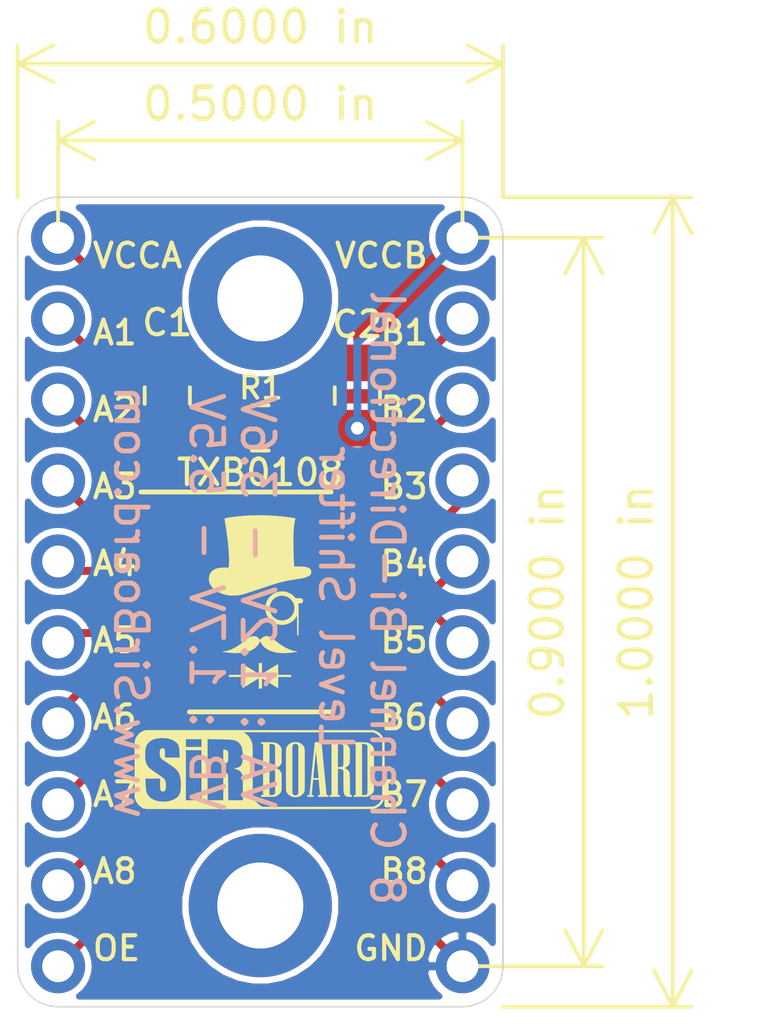
<source format=kicad_pcb>
(kicad_pcb (version 20171130) (host pcbnew "(5.1.2)-2")

  (general
    (thickness 1.6)
    (drawings 21)
    (tracks 84)
    (zones 0)
    (modules 10)
    (nets 21)
  )

  (page A4)
  (layers
    (0 F.Cu signal)
    (31 B.Cu signal)
    (32 B.Adhes user hide)
    (33 F.Adhes user hide)
    (34 B.Paste user hide)
    (35 F.Paste user hide)
    (36 B.SilkS user)
    (37 F.SilkS user)
    (38 B.Mask user hide)
    (39 F.Mask user hide)
    (40 Dwgs.User user)
    (41 Cmts.User user)
    (42 Eco1.User user)
    (43 Eco2.User user)
    (44 Edge.Cuts user)
    (45 Margin user hide)
    (46 B.CrtYd user hide)
    (47 F.CrtYd user hide)
    (48 B.Fab user hide)
    (49 F.Fab user hide)
  )

  (setup
    (last_trace_width 0.25)
    (trace_clearance 0.2)
    (zone_clearance 0.2)
    (zone_45_only no)
    (trace_min 0.2)
    (via_size 0.8)
    (via_drill 0.4)
    (via_min_size 0.4)
    (via_min_drill 0.3)
    (uvia_size 0.3)
    (uvia_drill 0.1)
    (uvias_allowed no)
    (uvia_min_size 0.2)
    (uvia_min_drill 0.1)
    (edge_width 0.05)
    (segment_width 0.2)
    (pcb_text_width 0.3)
    (pcb_text_size 1.5 1.5)
    (mod_edge_width 0.12)
    (mod_text_size 1 1)
    (mod_text_width 0.15)
    (pad_size 1.7 1.7)
    (pad_drill 1)
    (pad_to_mask_clearance 0.051)
    (solder_mask_min_width 0.25)
    (aux_axis_origin 0 0)
    (visible_elements 7FFFFFFF)
    (pcbplotparams
      (layerselection 0x010fc_ffffffff)
      (usegerberextensions false)
      (usegerberattributes false)
      (usegerberadvancedattributes false)
      (creategerberjobfile false)
      (excludeedgelayer true)
      (linewidth 0.100000)
      (plotframeref false)
      (viasonmask false)
      (mode 1)
      (useauxorigin false)
      (hpglpennumber 1)
      (hpglpenspeed 20)
      (hpglpendiameter 15.000000)
      (psnegative false)
      (psa4output false)
      (plotreference true)
      (plotvalue true)
      (plotinvisibletext false)
      (padsonsilk false)
      (subtractmaskfromsilk false)
      (outputformat 1)
      (mirror false)
      (drillshape 1)
      (scaleselection 1)
      (outputdirectory ""))
  )

  (net 0 "")
  (net 1 /VccA)
  (net 2 /GND)
  (net 3 /VccB)
  (net 4 /OE)
  (net 5 /A8)
  (net 6 /A7)
  (net 7 /A6)
  (net 8 /A5)
  (net 9 /A4)
  (net 10 /A3)
  (net 11 /A2)
  (net 12 /A1)
  (net 13 /B8)
  (net 14 /B7)
  (net 15 /B6)
  (net 16 /B5)
  (net 17 /B4)
  (net 18 /B3)
  (net 19 /B2)
  (net 20 /B1)

  (net_class Default "This is the default net class."
    (clearance 0.2)
    (trace_width 0.25)
    (via_dia 0.8)
    (via_drill 0.4)
    (uvia_dia 0.3)
    (uvia_drill 0.1)
    (add_net /A1)
    (add_net /A2)
    (add_net /A3)
    (add_net /A4)
    (add_net /A5)
    (add_net /A6)
    (add_net /A7)
    (add_net /A8)
    (add_net /B1)
    (add_net /B2)
    (add_net /B3)
    (add_net /B4)
    (add_net /B5)
    (add_net /B6)
    (add_net /B7)
    (add_net /B8)
    (add_net /GND)
    (add_net /OE)
    (add_net /VccA)
    (add_net /VccB)
  )

  (module Connector_PinHeader_2.54mm:PinHeader_1x10_P2.54mm_Vertical (layer B.Cu) (tedit 5D472D47) (tstamp 5D2EF673)
    (at 144.78 104.14 180)
    (descr "Through hole straight pin header, 1x10, 2.54mm pitch, single row")
    (tags "Through hole pin header THT 1x10 2.54mm single row")
    (path /5D2EF020)
    (fp_text reference J2 (at 0 2.33 180) (layer B.SilkS) hide
      (effects (font (size 1 1) (thickness 0.15)) (justify mirror))
    )
    (fp_text value Conn_01x10 (at 0 -25.19 180) (layer B.Fab)
      (effects (font (size 1 1) (thickness 0.15)) (justify mirror))
    )
    (fp_text user %R (at 0 -11.43 90) (layer B.Fab)
      (effects (font (size 1 1) (thickness 0.15)) (justify mirror))
    )
    (fp_line (start 1.8 1.8) (end -1.8 1.8) (layer B.CrtYd) (width 0.05))
    (fp_line (start 1.8 -24.65) (end 1.8 1.8) (layer B.CrtYd) (width 0.05))
    (fp_line (start -1.8 -24.65) (end 1.8 -24.65) (layer B.CrtYd) (width 0.05))
    (fp_line (start -1.8 1.8) (end -1.8 -24.65) (layer B.CrtYd) (width 0.05))
    (fp_line (start -1.27 0.635) (end -0.635 1.27) (layer B.Fab) (width 0.1))
    (fp_line (start -1.27 -24.13) (end -1.27 0.635) (layer B.Fab) (width 0.1))
    (fp_line (start 1.27 -24.13) (end -1.27 -24.13) (layer B.Fab) (width 0.1))
    (fp_line (start 1.27 1.27) (end 1.27 -24.13) (layer B.Fab) (width 0.1))
    (fp_line (start -0.635 1.27) (end 1.27 1.27) (layer B.Fab) (width 0.1))
    (pad 10 thru_hole oval (at 0 -22.86 180) (size 1.7 1.7) (drill 1) (layers *.Cu *.Mask)
      (net 2 /GND))
    (pad 9 thru_hole oval (at 0 -20.32 180) (size 1.7 1.7) (drill 1) (layers *.Cu *.Mask)
      (net 13 /B8))
    (pad 8 thru_hole oval (at 0 -17.78 180) (size 1.7 1.7) (drill 1) (layers *.Cu *.Mask)
      (net 14 /B7))
    (pad 7 thru_hole oval (at 0 -15.24 180) (size 1.7 1.7) (drill 1) (layers *.Cu *.Mask)
      (net 15 /B6))
    (pad 6 thru_hole oval (at 0 -12.7 180) (size 1.7 1.7) (drill 1) (layers *.Cu *.Mask)
      (net 16 /B5))
    (pad 5 thru_hole oval (at 0 -10.16 180) (size 1.7 1.7) (drill 1) (layers *.Cu *.Mask)
      (net 17 /B4))
    (pad 4 thru_hole oval (at 0 -7.62 180) (size 1.7 1.7) (drill 1) (layers *.Cu *.Mask)
      (net 18 /B3))
    (pad 3 thru_hole oval (at 0 -5.08 180) (size 1.7 1.7) (drill 1) (layers *.Cu *.Mask)
      (net 19 /B2))
    (pad 2 thru_hole oval (at 0 -2.54 180) (size 1.7 1.7) (drill 1) (layers *.Cu *.Mask)
      (net 20 /B1))
    (pad 1 thru_hole circle (at 0 0 180) (size 1.7 1.7) (drill 1) (layers *.Cu *.Mask)
      (net 3 /VccB))
    (model ${KISYS3DMOD}/Connector_PinHeader_2.54mm.3dshapes/PinHeader_1x10_P2.54mm_Vertical.wrl
      (at (xyz 0 0 0))
      (scale (xyz 1 1 1))
      (rotate (xyz 0 0 0))
    )
  )

  (module Connector_PinHeader_2.54mm:PinHeader_1x10_P2.54mm_Vertical (layer B.Cu) (tedit 5D472D33) (tstamp 5D2EF655)
    (at 132.08 104.14 180)
    (descr "Through hole straight pin header, 1x10, 2.54mm pitch, single row")
    (tags "Through hole pin header THT 1x10 2.54mm single row")
    (path /5D2F0A7B)
    (fp_text reference J1 (at 0 2.33 180) (layer B.SilkS) hide
      (effects (font (size 1 1) (thickness 0.15)) (justify mirror))
    )
    (fp_text value Conn_01x10 (at 0 -25.19 180) (layer B.Fab)
      (effects (font (size 1 1) (thickness 0.15)) (justify mirror))
    )
    (fp_text user %R (at 0 -11.43 90) (layer B.Fab)
      (effects (font (size 1 1) (thickness 0.15)) (justify mirror))
    )
    (fp_line (start 1.8 1.8) (end -1.8 1.8) (layer B.CrtYd) (width 0.05))
    (fp_line (start 1.8 -24.65) (end 1.8 1.8) (layer B.CrtYd) (width 0.05))
    (fp_line (start -1.8 -24.65) (end 1.8 -24.65) (layer B.CrtYd) (width 0.05))
    (fp_line (start -1.8 1.8) (end -1.8 -24.65) (layer B.CrtYd) (width 0.05))
    (fp_line (start -1.27 0.635) (end -0.635 1.27) (layer B.Fab) (width 0.1))
    (fp_line (start -1.27 -24.13) (end -1.27 0.635) (layer B.Fab) (width 0.1))
    (fp_line (start 1.27 -24.13) (end -1.27 -24.13) (layer B.Fab) (width 0.1))
    (fp_line (start 1.27 1.27) (end 1.27 -24.13) (layer B.Fab) (width 0.1))
    (fp_line (start -0.635 1.27) (end 1.27 1.27) (layer B.Fab) (width 0.1))
    (pad 10 thru_hole oval (at 0 -22.86 180) (size 1.7 1.7) (drill 1) (layers *.Cu *.Mask)
      (net 4 /OE))
    (pad 9 thru_hole oval (at 0 -20.32 180) (size 1.7 1.7) (drill 1) (layers *.Cu *.Mask)
      (net 5 /A8))
    (pad 8 thru_hole oval (at 0 -17.78 180) (size 1.7 1.7) (drill 1) (layers *.Cu *.Mask)
      (net 6 /A7))
    (pad 7 thru_hole oval (at 0 -15.24 180) (size 1.7 1.7) (drill 1) (layers *.Cu *.Mask)
      (net 7 /A6))
    (pad 6 thru_hole oval (at 0 -12.7 180) (size 1.7 1.7) (drill 1) (layers *.Cu *.Mask)
      (net 8 /A5))
    (pad 5 thru_hole oval (at 0 -10.16 180) (size 1.7 1.7) (drill 1) (layers *.Cu *.Mask)
      (net 9 /A4))
    (pad 4 thru_hole oval (at 0 -7.62 180) (size 1.7 1.7) (drill 1) (layers *.Cu *.Mask)
      (net 10 /A3))
    (pad 3 thru_hole oval (at 0 -5.08 180) (size 1.7 1.7) (drill 1) (layers *.Cu *.Mask)
      (net 11 /A2))
    (pad 2 thru_hole oval (at 0 -2.54 180) (size 1.7 1.7) (drill 1) (layers *.Cu *.Mask)
      (net 12 /A1))
    (pad 1 thru_hole circle (at 0 0 180) (size 1.7 1.7) (drill 1) (layers *.Cu *.Mask)
      (net 1 /VccA))
    (model ${KISYS3DMOD}/Connector_PinHeader_2.54mm.3dshapes/PinHeader_1x10_P2.54mm_Vertical.wrl
      (at (xyz 0 0 0))
      (scale (xyz 1 1 1))
      (rotate (xyz 0 0 0))
    )
  )

  (module logo:logo54x76 (layer F.Cu) (tedit 0) (tstamp 5D2F03E0)
    (at 138.43 115.57)
    (fp_text reference G*** (at 0 0) (layer F.SilkS) hide
      (effects (font (size 1.524 1.524) (thickness 0.3)))
    )
    (fp_text value LOGO (at 0.75 0) (layer F.SilkS) hide
      (effects (font (size 1.524 1.524) (thickness 0.3)))
    )
    (fp_poly (pts (xy 0.252521 -2.711196) (xy 0.49012 -2.697494) (xy 0.724736 -2.675821) (xy 0.953868 -2.646201)
      (xy 0.9906 -2.64061) (xy 1.033336 -2.634024) (xy 1.06366 -2.629087) (xy 1.083446 -2.624901)
      (xy 1.09457 -2.62057) (xy 1.098909 -2.615195) (xy 1.098338 -2.607879) (xy 1.094732 -2.597724)
      (xy 1.092559 -2.591818) (xy 1.080891 -2.550355) (xy 1.07017 -2.495015) (xy 1.060488 -2.42641)
      (xy 1.051939 -2.345154) (xy 1.048301 -2.302291) (xy 1.044388 -2.240273) (xy 1.041355 -2.165772)
      (xy 1.039189 -2.080789) (xy 1.037874 -1.987326) (xy 1.037397 -1.887388) (xy 1.037744 -1.782975)
      (xy 1.038898 -1.676091) (xy 1.040847 -1.568737) (xy 1.043575 -1.462918) (xy 1.047068 -1.360634)
      (xy 1.051312 -1.263889) (xy 1.056292 -1.174685) (xy 1.056461 -1.172029) (xy 1.06061 -1.106715)
      (xy 1.191091 -1.109122) (xy 1.281168 -1.108808) (xy 1.358236 -1.104218) (xy 1.423187 -1.095243)
      (xy 1.476915 -1.081777) (xy 1.505134 -1.071056) (xy 1.545209 -1.049462) (xy 1.572536 -1.024535)
      (xy 1.588862 -0.993659) (xy 1.595938 -0.954216) (xy 1.596571 -0.93421) (xy 1.595794 -0.907476)
      (xy 1.59218 -0.889356) (xy 1.5838 -0.873981) (xy 1.571961 -0.859233) (xy 1.547394 -0.835186)
      (xy 1.516463 -0.813654) (xy 1.478028 -0.794276) (xy 1.430953 -0.776691) (xy 1.374101 -0.760538)
      (xy 1.306334 -0.745455) (xy 1.226515 -0.731083) (xy 1.133506 -0.717059) (xy 1.116822 -0.714755)
      (xy 0.972688 -0.692936) (xy 0.83663 -0.667637) (xy 0.702373 -0.637543) (xy 0.563641 -0.601342)
      (xy 0.529771 -0.591823) (xy 0.505025 -0.584431) (xy 0.468062 -0.572906) (xy 0.42042 -0.557751)
      (xy 0.363634 -0.539472) (xy 0.299243 -0.518571) (xy 0.228783 -0.495553) (xy 0.153791 -0.470922)
      (xy 0.075804 -0.445182) (xy -0.003641 -0.418838) (xy -0.083008 -0.392392) (xy -0.160759 -0.36635)
      (xy -0.235357 -0.341215) (xy -0.266698 -0.330603) (xy -0.339736 -0.305961) (xy -0.401058 -0.285625)
      (xy -0.452624 -0.269037) (xy -0.496394 -0.255639) (xy -0.534327 -0.244872) (xy -0.568382 -0.236178)
      (xy -0.600519 -0.229) (xy -0.632698 -0.222778) (xy -0.664029 -0.217419) (xy -0.708712 -0.211679)
      (xy -0.761132 -0.207407) (xy -0.817021 -0.20473) (xy -0.872115 -0.203775) (xy -0.922147 -0.204672)
      (xy -0.962851 -0.207547) (xy -0.968829 -0.208281) (xy -1.087596 -0.229456) (xy -1.195257 -0.259832)
      (xy -1.291998 -0.299494) (xy -1.378006 -0.348526) (xy -1.453468 -0.407013) (xy -1.491018 -0.443744)
      (xy -1.539967 -0.502682) (xy -1.575408 -0.561834) (xy -1.598228 -0.623288) (xy -1.609312 -0.689129)
      (xy -1.610731 -0.725715) (xy -1.604705 -0.798077) (xy -1.586651 -0.862324) (xy -1.556605 -0.918411)
      (xy -1.514604 -0.966292) (xy -1.460684 -1.005921) (xy -1.394883 -1.037253) (xy -1.349777 -1.052032)
      (xy -1.298785 -1.063261) (xy -1.238559 -1.071539) (xy -1.174157 -1.076448) (xy -1.110638 -1.077567)
      (xy -1.065557 -1.075586) (xy -0.995371 -1.070162) (xy -0.991204 -1.090994) (xy -0.982829 -1.148218)
      (xy -0.977783 -1.218671) (xy -0.975994 -1.301472) (xy -0.977393 -1.395741) (xy -0.98191 -1.500595)
      (xy -0.989474 -1.615154) (xy -1.000014 -1.738537) (xy -1.01346 -1.869862) (xy -1.029742 -2.008248)
      (xy -1.048789 -2.152815) (xy -1.070531 -2.30268) (xy -1.094897 -2.456962) (xy -1.105405 -2.519962)
      (xy -1.111996 -2.559832) (xy -1.116057 -2.587666) (xy -1.117707 -2.605699) (xy -1.117064 -2.616166)
      (xy -1.114247 -2.621302) (xy -1.110872 -2.622973) (xy -1.096781 -2.626079) (xy -1.071008 -2.630839)
      (xy -1.036229 -2.636807) (xy -0.995125 -2.643538) (xy -0.950373 -2.650585) (xy -0.904652 -2.657505)
      (xy -0.892629 -2.659272) (xy -0.677652 -2.685797) (xy -0.453146 -2.704228) (xy -0.221614 -2.714587)
      (xy 0.014443 -2.716902) (xy 0.252521 -2.711196)) (layer F.SilkS) (width 0.01))
    (fp_poly (pts (xy 0.726979 -0.32675) (xy 0.779977 -0.320861) (xy 0.800601 -0.316685) (xy 0.872557 -0.293181)
      (xy 0.942915 -0.258598) (xy 1.007844 -0.215229) (xy 1.063515 -0.165367) (xy 1.07563 -0.152049)
      (xy 1.106714 -0.116279) (xy 1.199128 -0.116197) (xy 1.237259 -0.116062) (xy 1.263833 -0.115376)
      (xy 1.281809 -0.113598) (xy 1.294144 -0.110185) (xy 1.303797 -0.104597) (xy 1.313726 -0.096292)
      (xy 1.315242 -0.094939) (xy 1.329955 -0.079776) (xy 1.336931 -0.064712) (xy 1.338907 -0.043132)
      (xy 1.338943 -0.037643) (xy 1.334444 -0.005765) (xy 1.320318 0.01762) (xy 1.295618 0.033167)
      (xy 1.259397 0.041535) (xy 1.222077 0.043502) (xy 1.18504 0.043543) (xy 1.193701 0.078014)
      (xy 1.195566 0.089635) (xy 1.197102 0.10886) (xy 1.198317 0.136501) (xy 1.199219 0.173369)
      (xy 1.199818 0.220275) (xy 1.200121 0.278031) (xy 1.200138 0.347448) (xy 1.199877 0.429338)
      (xy 1.199346 0.524513) (xy 1.198972 0.578757) (xy 1.195581 1.045028) (xy 1.161297 1.045028)
      (xy 1.159405 0.731157) (xy 1.157514 0.417285) (xy 1.134608 0.4572) (xy 1.086988 0.526327)
      (xy 1.030166 0.585313) (xy 0.965655 0.633806) (xy 0.894965 0.671456) (xy 0.819608 0.697913)
      (xy 0.741098 0.712826) (xy 0.660945 0.715843) (xy 0.580662 0.706616) (xy 0.50176 0.684793)
      (xy 0.425753 0.650024) (xy 0.391885 0.629393) (xy 0.372652 0.614776) (xy 0.347439 0.593014)
      (xy 0.320166 0.56758) (xy 0.304257 0.551809) (xy 0.250214 0.486657) (xy 0.208349 0.414077)
      (xy 0.179112 0.335191) (xy 0.162951 0.251118) (xy 0.160349 0.203181) (xy 0.290156 0.203181)
      (xy 0.297428 0.270616) (xy 0.316743 0.33712) (xy 0.348598 0.401213) (xy 0.388438 0.455657)
      (xy 0.438736 0.503241) (xy 0.497851 0.540834) (xy 0.563386 0.56766) (xy 0.632945 0.582943)
      (xy 0.70413 0.585905) (xy 0.765628 0.577833) (xy 0.836897 0.555147) (xy 0.901289 0.520151)
      (xy 0.957695 0.473852) (xy 1.005005 0.417259) (xy 1.042113 0.351379) (xy 1.057458 0.312476)
      (xy 1.068116 0.267913) (xy 1.073556 0.215702) (xy 1.073649 0.161694) (xy 1.068265 0.111742)
      (xy 1.062479 0.086588) (xy 1.034911 0.017647) (xy 0.995507 -0.044268) (xy 0.945783 -0.097759)
      (xy 0.887254 -0.141431) (xy 0.821434 -0.173887) (xy 0.760491 -0.191696) (xy 0.720963 -0.199)
      (xy 0.689434 -0.202212) (xy 0.659987 -0.201355) (xy 0.626703 -0.196455) (xy 0.605971 -0.19233)
      (xy 0.534769 -0.170693) (xy 0.471638 -0.138155) (xy 0.417075 -0.096194) (xy 0.371576 -0.046289)
      (xy 0.335638 0.01008) (xy 0.309758 0.071434) (xy 0.294432 0.136294) (xy 0.290156 0.203181)
      (xy 0.160349 0.203181) (xy 0.159657 0.190434) (xy 0.166668 0.107332) (xy 0.186994 0.027565)
      (xy 0.219575 -0.047539) (xy 0.263352 -0.116651) (xy 0.317265 -0.178443) (xy 0.380254 -0.231586)
      (xy 0.451259 -0.274752) (xy 0.529221 -0.306612) (xy 0.563924 -0.316336) (xy 0.612783 -0.324478)
      (xy 0.669191 -0.327953) (xy 0.726979 -0.32675)) (layer F.SilkS) (width 0.01))
    (fp_poly (pts (xy 0.237999 1.079864) (xy 0.270846 1.088698) (xy 0.291719 1.096279) (xy 0.314155 1.10698)
      (xy 0.339692 1.121829) (xy 0.369865 1.141854) (xy 0.406212 1.168082) (xy 0.45027 1.201542)
      (xy 0.503575 1.243262) (xy 0.512679 1.250468) (xy 0.624727 1.334106) (xy 0.732729 1.404284)
      (xy 0.836564 1.460939) (xy 0.936109 1.50401) (xy 1.031242 1.533435) (xy 1.102446 1.546892)
      (xy 1.12931 1.550693) (xy 1.146855 1.554024) (xy 1.154333 1.55723) (xy 1.150999 1.560655)
      (xy 1.136105 1.564643) (xy 1.108904 1.569538) (xy 1.06865 1.575682) (xy 1.026885 1.581681)
      (xy 0.920784 1.593768) (xy 0.814316 1.600277) (xy 0.710517 1.601227) (xy 0.612418 1.596633)
      (xy 0.523053 1.586513) (xy 0.478817 1.578617) (xy 0.377715 1.552208) (xy 0.286614 1.516907)
      (xy 0.206017 1.473048) (xy 0.136426 1.420964) (xy 0.07834 1.36099) (xy 0.032263 1.293458)
      (xy 0.022468 1.275015) (xy -0.00429 1.221751) (xy -0.024009 1.262204) (xy -0.067713 1.335591)
      (xy -0.122995 1.400326) (xy -0.18971 1.456313) (xy -0.267712 1.503456) (xy -0.356855 1.54166)
      (xy -0.456993 1.570827) (xy -0.508806 1.581568) (xy -0.560885 1.58908) (xy -0.623357 1.594878)
      (xy -0.692182 1.598813) (xy -0.763324 1.600736) (xy -0.832745 1.600495) (xy -0.896406 1.59794)
      (xy -0.9144 1.59665) (xy -0.94123 1.594012) (xy -0.975123 1.589981) (xy -1.013357 1.584963)
      (xy -1.053209 1.579361) (xy -1.091955 1.573581) (xy -1.126871 1.568028) (xy -1.155235 1.563107)
      (xy -1.174322 1.559222) (xy -1.181288 1.556977) (xy -1.17575 1.55535) (xy -1.159303 1.552907)
      (xy -1.135492 1.550174) (xy -1.135177 1.550142) (xy -1.055402 1.537396) (xy -0.974076 1.5151)
      (xy -0.890289 1.482789) (xy -0.80313 1.44) (xy -0.711689 1.386266) (xy -0.615055 1.321126)
      (xy -0.512319 1.244113) (xy -0.471715 1.211821) (xy -0.425095 1.174862) (xy -0.386893 1.146284)
      (xy -0.354832 1.124656) (xy -0.326635 1.108545) (xy -0.300025 1.096521) (xy -0.274137 1.087577)
      (xy -0.217324 1.077138) (xy -0.163201 1.080869) (xy -0.112479 1.098562) (xy -0.065866 1.130008)
      (xy -0.039095 1.1566) (xy -0.005677 1.194504) (xy 0.03889 1.149974) (xy 0.071628 1.120363)
      (xy 0.101936 1.100303) (xy 0.125458 1.08975) (xy 0.164107 1.078214) (xy 0.199796 1.074932)
      (xy 0.237999 1.079864)) (layer F.SilkS) (width 0.01))
    (fp_poly (pts (xy 0.0508 2.090662) (xy 0.051037 2.138054) (xy 0.051705 2.180038) (xy 0.052732 2.214632)
      (xy 0.054049 2.239852) (xy 0.055588 2.253714) (xy 0.056574 2.255762) (xy 0.064285 2.251399)
      (xy 0.0824 2.240651) (xy 0.108943 2.224708) (xy 0.141935 2.204757) (xy 0.1794 2.181987)
      (xy 0.185389 2.178337) (xy 0.235068 2.148053) (xy 0.291732 2.113508) (xy 0.349975 2.078001)
      (xy 0.404388 2.044828) (xy 0.4318 2.028116) (xy 0.555171 1.952899) (xy 0.557117 2.123078)
      (xy 0.559062 2.293257) (xy 0.9652 2.293257) (xy 0.9652 2.351314) (xy 0.559058 2.351314)
      (xy 0.557114 2.524705) (xy 0.555171 2.698095) (xy 0.43476 2.62449) (xy 0.387035 2.595314)
      (xy 0.33198 2.561654) (xy 0.274651 2.526599) (xy 0.220099 2.49324) (xy 0.186793 2.472871)
      (xy 0.148273 2.449432) (xy 0.11401 2.42881) (xy 0.085904 2.412132) (xy 0.065858 2.400524)
      (xy 0.055774 2.395111) (xy 0.055018 2.394857) (xy 0.053793 2.401769) (xy 0.052707 2.421123)
      (xy 0.051816 2.450849) (xy 0.051175 2.488874) (xy 0.050838 2.533128) (xy 0.0508 2.554514)
      (xy 0.0508 2.714171) (xy -0.043271 2.714171) (xy -0.045221 2.550982) (xy -0.047172 2.387793)
      (xy -0.120591 2.43372) (xy -0.150198 2.452124) (xy -0.175892 2.46788) (xy -0.194842 2.479265)
      (xy -0.204048 2.484479) (xy -0.212676 2.489427) (xy -0.231961 2.500954) (xy -0.260204 2.518028)
      (xy -0.295703 2.539617) (xy -0.336759 2.56469) (xy -0.381669 2.592215) (xy -0.384629 2.594032)
      (xy -0.555172 2.698753) (xy -0.557115 2.525034) (xy -0.559058 2.351314) (xy -0.979715 2.351314)
      (xy -0.979715 2.293257) (xy -0.5588 2.293257) (xy -0.5588 2.122714) (xy -0.558681 2.074701)
      (xy -0.558345 2.031919) (xy -0.557827 1.99637) (xy -0.557162 1.970059) (xy -0.556385 1.95499)
      (xy -0.555851 1.952171) (xy -0.548939 1.955759) (xy -0.531999 1.965608) (xy -0.507349 1.980341)
      (xy -0.477304 1.998585) (xy -0.466951 2.004927) (xy -0.428813 2.028295) (xy -0.383214 2.056172)
      (xy -0.335105 2.085536) (xy -0.289431 2.113364) (xy -0.275772 2.121674) (xy -0.234716 2.146673)
      (xy -0.192212 2.17261) (xy -0.152271 2.197031) (xy -0.118908 2.217485) (xy -0.107043 2.224782)
      (xy -0.043543 2.263897) (xy -0.043543 1.923143) (xy 0.0508 1.923143) (xy 0.0508 2.090662)) (layer F.SilkS) (width 0.01))
  )

  (module logo:SirBoard79x25 (layer F.Cu) (tedit 0) (tstamp 5D2F0333)
    (at 138.4046 120.8278)
    (fp_text reference G*** (at 0 0) (layer F.SilkS) hide
      (effects (font (size 1.524 1.524) (thickness 0.3)))
    )
    (fp_text value LOGO (at 0.75 0) (layer F.SilkS) hide
      (effects (font (size 1.524 1.524) (thickness 0.3)))
    )
    (fp_poly (pts (xy -1.067894 -0.616209) (xy -1.037114 -0.605597) (xy -1.013589 -0.58799) (xy -0.997428 -0.563454)
      (xy -0.992851 -0.551063) (xy -0.99047 -0.537697) (xy -0.98852 -0.516093) (xy -0.987015 -0.488161)
      (xy -0.985972 -0.455816) (xy -0.985404 -0.420968) (xy -0.985327 -0.385531) (xy -0.985757 -0.351416)
      (xy -0.986708 -0.320537) (xy -0.988196 -0.294805) (xy -0.990236 -0.276133) (xy -0.990649 -0.273744)
      (xy -0.998864 -0.246253) (xy -1.012466 -0.225735) (xy -1.032439 -0.211475) (xy -1.059768 -0.202756)
      (xy -1.09347 -0.198952) (xy -1.13284 -0.197045) (xy -1.13284 -0.61976) (xy -1.105823 -0.61976)
      (xy -1.067894 -0.616209)) (layer F.SilkS) (width 0.01))
    (fp_poly (pts (xy 3.15849 -0.852036) (xy 3.211017 -0.85129) (xy 3.254415 -0.850504) (xy 3.289711 -0.849627)
      (xy 3.317935 -0.848611) (xy 3.340117 -0.847407) (xy 3.357286 -0.845965) (xy 3.370472 -0.844236)
      (xy 3.380703 -0.842171) (xy 3.384177 -0.841246) (xy 3.435209 -0.822322) (xy 3.480827 -0.796665)
      (xy 3.520065 -0.765113) (xy 3.551957 -0.728506) (xy 3.575539 -0.687682) (xy 3.583106 -0.668386)
      (xy 3.584347 -0.664078) (xy 3.585462 -0.65854) (xy 3.586457 -0.651237) (xy 3.587339 -0.641635)
      (xy 3.588114 -0.629198) (xy 3.588789 -0.613391) (xy 3.589371 -0.59368) (xy 3.589867 -0.569528)
      (xy 3.590283 -0.540402) (xy 3.590626 -0.505766) (xy 3.590903 -0.465086) (xy 3.591121 -0.417826)
      (xy 3.591286 -0.363451) (xy 3.591406 -0.301427) (xy 3.591486 -0.231217) (xy 3.591534 -0.152289)
      (xy 3.591556 -0.064105) (xy 3.59156 0.002649) (xy 3.591556 0.097004) (xy 3.591539 0.181742)
      (xy 3.591501 0.257408) (xy 3.591434 0.324544) (xy 3.59133 0.383695) (xy 3.591182 0.435403)
      (xy 3.590981 0.480213) (xy 3.590719 0.518668) (xy 3.590389 0.551311) (xy 3.589982 0.578687)
      (xy 3.58949 0.601338) (xy 3.588906 0.619809) (xy 3.588222 0.634642) (xy 3.587429 0.646382)
      (xy 3.58652 0.655572) (xy 3.585487 0.662755) (xy 3.584322 0.668476) (xy 3.583017 0.673277)
      (xy 3.581703 0.677298) (xy 3.56271 0.717497) (xy 3.535073 0.754639) (xy 3.500123 0.787588)
      (xy 3.459193 0.815208) (xy 3.413614 0.836363) (xy 3.384438 0.845519) (xy 3.374698 0.847623)
      (xy 3.362624 0.849335) (xy 3.347163 0.850691) (xy 3.327266 0.851729) (xy 3.301881 0.852484)
      (xy 3.269957 0.852995) (xy 3.230445 0.853297) (xy 3.182293 0.853427) (xy 3.157756 0.85344)
      (xy 2.96164 0.85344) (xy 2.96164 0.808548) (xy 3.21564 0.808548) (xy 3.278686 0.806864)
      (xy 3.305099 0.806061) (xy 3.323542 0.805011) (xy 3.336205 0.80326) (xy 3.345277 0.800351)
      (xy 3.352946 0.795831) (xy 3.360702 0.789812) (xy 3.374671 0.776285) (xy 3.386522 0.761161)
      (xy 3.389141 0.756792) (xy 3.390436 0.754103) (xy 3.391606 0.750771) (xy 3.392656 0.7463)
      (xy 3.393591 0.740193) (xy 3.394417 0.731954) (xy 3.395139 0.721085) (xy 3.395762 0.70709)
      (xy 3.396293 0.689473) (xy 3.396735 0.667737) (xy 3.397095 0.641385) (xy 3.397378 0.609921)
      (xy 3.397588 0.572847) (xy 3.397733 0.529668) (xy 3.397816 0.479887) (xy 3.397843 0.423007)
      (xy 3.397819 0.358531) (xy 3.397751 0.285963) (xy 3.397642 0.204806) (xy 3.397499 0.114564)
      (xy 3.397327 0.01474) (xy 3.397296 -0.00254) (xy 3.39598 -0.74422) (xy 3.381602 -0.763015)
      (xy 3.364979 -0.780383) (xy 3.344626 -0.792821) (xy 3.318772 -0.80101) (xy 3.285648 -0.805631)
      (xy 3.268114 -0.806718) (xy 3.21564 -0.809052) (xy 3.21564 0.808548) (xy 2.96164 0.808548)
      (xy 2.96164 0.80772) (xy 3.0226 0.80772) (xy 3.0226 -0.80772) (xy 2.96164 -0.80772)
      (xy 2.96164 -0.854579) (xy 3.15849 -0.852036)) (layer F.SilkS) (width 0.01))
    (fp_poly (pts (xy 2.40157 -0.852036) (xy 2.454097 -0.85129) (xy 2.497495 -0.850504) (xy 2.532791 -0.849627)
      (xy 2.561015 -0.848611) (xy 2.583197 -0.847407) (xy 2.600366 -0.845965) (xy 2.613552 -0.844236)
      (xy 2.623783 -0.842171) (xy 2.627257 -0.841246) (xy 2.678364 -0.822302) (xy 2.723994 -0.796641)
      (xy 2.763203 -0.765088) (xy 2.795046 -0.728467) (xy 2.818579 -0.687604) (xy 2.826484 -0.667214)
      (xy 2.828608 -0.659912) (xy 2.830339 -0.651425) (xy 2.831708 -0.640753) (xy 2.832744 -0.626893)
      (xy 2.833475 -0.608841) (xy 2.833933 -0.585596) (xy 2.834145 -0.556155) (xy 2.834142 -0.519515)
      (xy 2.833952 -0.474675) (xy 2.833624 -0.423374) (xy 2.8321 -0.20574) (xy 2.815623 -0.172064)
      (xy 2.79562 -0.140268) (xy 2.768317 -0.109746) (xy 2.736476 -0.083175) (xy 2.703658 -0.063606)
      (xy 2.687908 -0.055658) (xy 2.676592 -0.049056) (xy 2.672085 -0.045188) (xy 2.67208 -0.045122)
      (xy 2.676333 -0.041224) (xy 2.686633 -0.036564) (xy 2.68726 -0.036342) (xy 2.711803 -0.024591)
      (xy 2.73869 -0.006524) (xy 2.764985 0.015496) (xy 2.787751 0.039104) (xy 2.798694 0.05334)
      (xy 2.805218 0.062783) (xy 2.810832 0.071152) (xy 2.815609 0.079253) (xy 2.819624 0.08789)
      (xy 2.822952 0.097871) (xy 2.825665 0.110001) (xy 2.827838 0.125085) (xy 2.829546 0.14393)
      (xy 2.830861 0.167341) (xy 2.831859 0.196125) (xy 2.832613 0.231086) (xy 2.833198 0.273032)
      (xy 2.833686 0.322768) (xy 2.834154 0.3811) (xy 2.83464 0.4445) (xy 2.835169 0.511474)
      (xy 2.835668 0.569042) (xy 2.836189 0.617957) (xy 2.836785 0.658972) (xy 2.837509 0.692841)
      (xy 2.838414 0.720316) (xy 2.839551 0.742151) (xy 2.840975 0.759098) (xy 2.842737 0.771913)
      (xy 2.84489 0.781346) (xy 2.847488 0.788153) (xy 2.850582 0.793086) (xy 2.854226 0.796897)
      (xy 2.858471 0.800342) (xy 2.859599 0.801208) (xy 2.870714 0.805987) (xy 2.88163 0.807558)
      (xy 2.890168 0.80843) (xy 2.894255 0.812609) (xy 2.895518 0.822835) (xy 2.8956 0.831056)
      (xy 2.8956 0.854392) (xy 2.82321 0.852305) (xy 2.792619 0.851193) (xy 2.770064 0.849702)
      (xy 2.753418 0.847546) (xy 2.740558 0.844436) (xy 2.729359 0.840087) (xy 2.72796 0.839437)
      (xy 2.698888 0.821122) (xy 2.676401 0.796385) (xy 2.66011 0.764571) (xy 2.649627 0.725027)
      (xy 2.646435 0.702089) (xy 2.645586 0.688946) (xy 2.644785 0.666699) (xy 2.644044 0.636402)
      (xy 2.643379 0.599112) (xy 2.642804 0.555884) (xy 2.642333 0.507773) (xy 2.641981 0.455835)
      (xy 2.641761 0.401125) (xy 2.64169 0.352784) (xy 2.6416 0.047709) (xy 2.626936 0.024586)
      (xy 2.612339 0.006046) (xy 2.594442 -0.007421) (xy 2.571516 -0.016545) (xy 2.541834 -0.022058)
      (xy 2.511194 -0.024398) (xy 2.45872 -0.026732) (xy 2.45872 0.80772) (xy 2.51968 0.80772)
      (xy 2.51968 0.85344) (xy 2.20472 0.85344) (xy 2.20472 0.80772) (xy 2.26568 0.80772)
      (xy 2.26568 -0.070292) (xy 2.45872 -0.070292) (xy 2.521766 -0.071976) (xy 2.548179 -0.072779)
      (xy 2.566622 -0.073829) (xy 2.579285 -0.07558) (xy 2.588357 -0.078489) (xy 2.596026 -0.083009)
      (xy 2.603782 -0.089028) (xy 2.611472 -0.095132) (xy 2.618053 -0.10057) (xy 2.623606 -0.106142)
      (xy 2.628214 -0.112646) (xy 2.631961 -0.12088) (xy 2.634929 -0.131643) (xy 2.637201 -0.145734)
      (xy 2.638861 -0.163951) (xy 2.63999 -0.187092) (xy 2.640672 -0.215958) (xy 2.64099 -0.251345)
      (xy 2.641026 -0.294053) (xy 2.640864 -0.34488) (xy 2.640586 -0.404625) (xy 2.640413 -0.44196)
      (xy 2.63906 -0.74422) (xy 2.624682 -0.763015) (xy 2.608059 -0.780383) (xy 2.587706 -0.792821)
      (xy 2.561852 -0.80101) (xy 2.528728 -0.805631) (xy 2.511194 -0.806718) (xy 2.45872 -0.809052)
      (xy 2.45872 -0.070292) (xy 2.26568 -0.070292) (xy 2.26568 -0.80772) (xy 2.20472 -0.80772)
      (xy 2.20472 -0.854579) (xy 2.40157 -0.852036)) (layer F.SilkS) (width 0.01))
    (fp_poly (pts (xy 1.804558 -0.853945) (xy 1.831517 -0.853664) (xy 1.859294 -0.853159) (xy 1.886037 -0.852464)
      (xy 1.909893 -0.851611) (xy 1.929009 -0.850635) (xy 1.941533 -0.849567) (xy 1.94564 -0.848527)
      (xy 1.946112 -0.842677) (xy 1.947488 -0.827368) (xy 1.949705 -0.803255) (xy 1.952702 -0.770994)
      (xy 1.956415 -0.73124) (xy 1.960783 -0.684647) (xy 1.965743 -0.631871) (xy 1.971234 -0.573567)
      (xy 1.977193 -0.51039) (xy 1.983558 -0.442995) (xy 1.990267 -0.372038) (xy 1.997257 -0.298173)
      (xy 2.004467 -0.222056) (xy 2.011834 -0.144342) (xy 2.019296 -0.065685) (xy 2.026791 0.013258)
      (xy 2.034256 0.091833) (xy 2.04163 0.169385) (xy 2.04885 0.245258) (xy 2.055854 0.318798)
      (xy 2.06258 0.389348) (xy 2.068965 0.456255) (xy 2.074948 0.518863) (xy 2.080466 0.576517)
      (xy 2.085458 0.628561) (xy 2.08986 0.674341) (xy 2.093611 0.713202) (xy 2.096648 0.744487)
      (xy 2.09891 0.767543) (xy 2.100334 0.781713) (xy 2.100816 0.78613) (xy 2.103742 0.80772)
      (xy 2.159 0.80772) (xy 2.159 0.85344) (xy 1.84404 0.85344) (xy 1.84404 0.80772)
      (xy 1.87452 0.80772) (xy 1.891392 0.807509) (xy 1.900498 0.806102) (xy 1.904234 0.802339)
      (xy 1.904994 0.795059) (xy 1.905 0.792943) (xy 1.904545 0.784879) (xy 1.903247 0.767814)
      (xy 1.901199 0.742863) (xy 1.898499 0.71114) (xy 1.895241 0.673762) (xy 1.891521 0.631843)
      (xy 1.887436 0.586499) (xy 1.88468 0.55626) (xy 1.880421 0.509541) (xy 1.876466 0.465729)
      (xy 1.872908 0.425906) (xy 1.869844 0.391156) (xy 1.867367 0.362562) (xy 1.865573 0.341206)
      (xy 1.864558 0.328171) (xy 1.86436 0.324656) (xy 1.863829 0.321205) (xy 1.861321 0.318687)
      (xy 1.85546 0.316953) (xy 1.84487 0.31586) (xy 1.828175 0.31526) (xy 1.804001 0.315009)
      (xy 1.77292 0.31496) (xy 1.743709 0.315125) (xy 1.71836 0.315585) (xy 1.698474 0.316284)
      (xy 1.685654 0.317167) (xy 1.68148 0.318104) (xy 1.680994 0.323651) (xy 1.679603 0.338288)
      (xy 1.677408 0.360996) (xy 1.674506 0.390754) (xy 1.670999 0.426542) (xy 1.666986 0.467341)
      (xy 1.662566 0.51213) (xy 1.65862 0.552017) (xy 1.653915 0.599772) (xy 1.649537 0.644731)
      (xy 1.645587 0.685819) (xy 1.642165 0.721962) (xy 1.639372 0.752083) (xy 1.637309 0.775109)
      (xy 1.636078 0.789964) (xy 1.63576 0.795252) (xy 1.636516 0.802395) (xy 1.640443 0.806115)
      (xy 1.650021 0.807519) (xy 1.6637 0.80772) (xy 1.69164 0.80772) (xy 1.69164 0.85344)
      (xy 1.50876 0.85344) (xy 1.50876 0.808204) (xy 1.540323 0.806692) (xy 1.571887 0.80518)
      (xy 1.627163 0.26543) (xy 1.686417 0.26543) (xy 1.687237 0.268671) (xy 1.690511 0.271018)
      (xy 1.697635 0.272612) (xy 1.710007 0.273595) (xy 1.729024 0.274111) (xy 1.756083 0.274302)
      (xy 1.773619 0.27432) (xy 1.860678 0.27432) (xy 1.85773 0.24765) (xy 1.856666 0.236944)
      (xy 1.854836 0.217323) (xy 1.852348 0.189992) (xy 1.84931 0.156156) (xy 1.845832 0.117022)
      (xy 1.842019 0.073797) (xy 1.837981 0.027685) (xy 1.83579 0.00254) (xy 1.831719 -0.043501)
      (xy 1.827797 -0.086357) (xy 1.82413 -0.124979) (xy 1.820825 -0.15832) (xy 1.817985 -0.185332)
      (xy 1.815717 -0.204967) (xy 1.814127 -0.216178) (xy 1.813526 -0.21844) (xy 1.812383 -0.223896)
      (xy 1.810513 -0.238378) (xy 1.808025 -0.260788) (xy 1.805033 -0.290028) (xy 1.801647 -0.325)
      (xy 1.797978 -0.364605) (xy 1.794139 -0.407744) (xy 1.793043 -0.42037) (xy 1.789191 -0.464184)
      (xy 1.785495 -0.504667) (xy 1.782064 -0.540741) (xy 1.779008 -0.571324) (xy 1.776435 -0.595337)
      (xy 1.774454 -0.611701) (xy 1.773174 -0.619334) (xy 1.772948 -0.61976) (xy 1.772145 -0.61485)
      (xy 1.770469 -0.600708) (xy 1.768007 -0.578216) (xy 1.764845 -0.548257) (xy 1.761069 -0.511714)
      (xy 1.756765 -0.46947) (xy 1.752021 -0.422406) (xy 1.746921 -0.371405) (xy 1.741553 -0.31735)
      (xy 1.736003 -0.261124) (xy 1.730356 -0.20361) (xy 1.7247 -0.145688) (xy 1.71912 -0.088243)
      (xy 1.713703 -0.032157) (xy 1.708534 0.021687) (xy 1.703702 0.072408) (xy 1.69929 0.119122)
      (xy 1.695387 0.160946) (xy 1.692077 0.196999) (xy 1.689448 0.226398) (xy 1.687586 0.248259)
      (xy 1.686576 0.261702) (xy 1.686417 0.26543) (xy 1.627163 0.26543) (xy 1.656687 -0.02286)
      (xy 1.665976 -0.113536) (xy 1.674985 -0.20145) (xy 1.683661 -0.286074) (xy 1.69195 -0.366878)
      (xy 1.699796 -0.443332) (xy 1.707146 -0.514906) (xy 1.713945 -0.581071) (xy 1.720138 -0.641297)
      (xy 1.725671 -0.695055) (xy 1.73049 -0.741814) (xy 1.73454 -0.781046) (xy 1.737767 -0.812221)
      (xy 1.740116 -0.834808) (xy 1.741532 -0.848279) (xy 1.741964 -0.85217) (xy 1.747121 -0.853115)
      (xy 1.760507 -0.853704) (xy 1.780271 -0.853969) (xy 1.804558 -0.853945)) (layer F.SilkS) (width 0.01))
    (fp_poly (pts (xy 0.25273 -0.852036) (xy 0.303694 -0.851354) (xy 0.345628 -0.85067) (xy 0.379659 -0.849924)
      (xy 0.406915 -0.849055) (xy 0.428526 -0.848002) (xy 0.44562 -0.846704) (xy 0.459325 -0.845102)
      (xy 0.470769 -0.843133) (xy 0.481082 -0.840737) (xy 0.485653 -0.839504) (xy 0.536166 -0.820876)
      (xy 0.58157 -0.794977) (xy 0.620703 -0.762706) (xy 0.652407 -0.72496) (xy 0.668415 -0.698041)
      (xy 0.68834 -0.65878) (xy 0.68834 -0.20574) (xy 0.671863 -0.172064) (xy 0.65186 -0.140268)
      (xy 0.624557 -0.109746) (xy 0.592716 -0.083175) (xy 0.559898 -0.063606) (xy 0.54417 -0.05577)
      (xy 0.532872 -0.049443) (xy 0.528368 -0.045952) (xy 0.528362 -0.045895) (xy 0.532538 -0.042396)
      (xy 0.543537 -0.035629) (xy 0.559133 -0.026949) (xy 0.562044 -0.0254) (xy 0.600311 -0.000689)
      (xy 0.633807 0.029813) (xy 0.660442 0.064013) (xy 0.671841 0.084543) (xy 0.68834 0.11938)
      (xy 0.689785 0.382971) (xy 0.690082 0.442381) (xy 0.690254 0.492519) (xy 0.69028 0.534274)
      (xy 0.690138 0.568533) (xy 0.689806 0.596184) (xy 0.689263 0.618115) (xy 0.688489 0.635214)
      (xy 0.687461 0.648368) (xy 0.686158 0.658466) (xy 0.684558 0.666396) (xy 0.68281 0.672531)
      (xy 0.664221 0.713889) (xy 0.636936 0.751913) (xy 0.602155 0.785562) (xy 0.561077 0.813797)
      (xy 0.514902 0.835581) (xy 0.482673 0.845801) (xy 0.473011 0.847833) (xy 0.460572 0.849489)
      (xy 0.444345 0.850804) (xy 0.423315 0.85181) (xy 0.39647 0.852542) (xy 0.362798 0.853035)
      (xy 0.321286 0.85332) (xy 0.27092 0.853434) (xy 0.254536 0.85344) (xy 0.05588 0.85344)
      (xy 0.05588 0.80772) (xy 0.11684 0.80772) (xy 0.30988 0.80772) (xy 0.366696 0.80772)
      (xy 0.393791 0.807385) (xy 0.413311 0.806154) (xy 0.427826 0.803684) (xy 0.439907 0.799633)
      (xy 0.445028 0.797304) (xy 0.462123 0.786277) (xy 0.477795 0.771858) (xy 0.480922 0.768094)
      (xy 0.4953 0.7493) (xy 0.4953 0.042438) (xy 0.481665 0.021834) (xy 0.467044 0.004304)
      (xy 0.448724 -0.008472) (xy 0.425062 -0.017144) (xy 0.394418 -0.022361) (xy 0.364773 -0.024444)
      (xy 0.30988 -0.026706) (xy 0.30988 0.80772) (xy 0.11684 0.80772) (xy 0.11684 -0.07112)
      (xy 0.30988 -0.07112) (xy 0.366696 -0.07112) (xy 0.393791 -0.071455) (xy 0.413311 -0.072686)
      (xy 0.427826 -0.075156) (xy 0.439907 -0.079207) (xy 0.445028 -0.081536) (xy 0.462123 -0.092563)
      (xy 0.477795 -0.106982) (xy 0.480922 -0.110746) (xy 0.4953 -0.12954) (xy 0.4953 -0.739882)
      (xy 0.481665 -0.760486) (xy 0.467044 -0.778016) (xy 0.448724 -0.790792) (xy 0.425062 -0.799464)
      (xy 0.394418 -0.804681) (xy 0.364773 -0.806764) (xy 0.30988 -0.809026) (xy 0.30988 -0.07112)
      (xy 0.11684 -0.07112) (xy 0.11684 -0.80772) (xy 0.05588 -0.80772) (xy 0.05588 -0.854508)
      (xy 0.25273 -0.852036)) (layer F.SilkS) (width 0.01))
    (fp_poly (pts (xy 1.158324 -0.857763) (xy 1.196422 -0.85313) (xy 1.21516 -0.848789) (xy 1.26341 -0.830718)
      (xy 1.307252 -0.805844) (xy 1.345441 -0.775243) (xy 1.376732 -0.739994) (xy 1.39988 -0.701173)
      (xy 1.407463 -0.682379) (xy 1.408891 -0.677976) (xy 1.410175 -0.673148) (xy 1.411322 -0.667357)
      (xy 1.412338 -0.660064) (xy 1.413233 -0.65073) (xy 1.414014 -0.638816) (xy 1.414689 -0.623783)
      (xy 1.415265 -0.605092) (xy 1.415751 -0.582205) (xy 1.416153 -0.554581) (xy 1.41648 -0.521684)
      (xy 1.41674 -0.482972) (xy 1.41694 -0.437908) (xy 1.417088 -0.385953) (xy 1.417192 -0.326567)
      (xy 1.417259 -0.259213) (xy 1.417298 -0.183349) (xy 1.417315 -0.098439) (xy 1.417319 -0.003943)
      (xy 1.41732 0.00254) (xy 1.417316 0.097677) (xy 1.417299 0.183194) (xy 1.417262 0.259628)
      (xy 1.417197 0.327519) (xy 1.417096 0.387406) (xy 1.416951 0.439828) (xy 1.416755 0.485323)
      (xy 1.416499 0.52443) (xy 1.416177 0.557689) (xy 1.415779 0.585639) (xy 1.4153 0.608818)
      (xy 1.41473 0.627765) (xy 1.414061 0.643019) (xy 1.413288 0.655119) (xy 1.4124 0.664604)
      (xy 1.411391 0.672014) (xy 1.410254 0.677886) (xy 1.408979 0.68276) (xy 1.40756 0.687175)
      (xy 1.407463 0.687458) (xy 1.38847 0.727657) (xy 1.360833 0.764799) (xy 1.325883 0.797748)
      (xy 1.284953 0.825368) (xy 1.239374 0.846523) (xy 1.210198 0.855679) (xy 1.182763 0.860521)
      (xy 1.149457 0.862988) (xy 1.113826 0.863119) (xy 1.079417 0.860953) (xy 1.049773 0.85653)
      (xy 1.03886 0.853791) (xy 0.989475 0.835348) (xy 0.947046 0.811087) (xy 0.909424 0.779708)
      (xy 0.898998 0.768973) (xy 0.876574 0.742473) (xy 0.860344 0.716887) (xy 0.847737 0.687995)
      (xy 0.845175 0.68072) (xy 0.843788 0.676322) (xy 0.842543 0.671341) (xy 0.841432 0.665237)
      (xy 0.840447 0.657468) (xy 0.839581 0.647494) (xy 0.838825 0.634774) (xy 0.838173 0.618768)
      (xy 0.837617 0.598935) (xy 0.83715 0.574734) (xy 0.836763 0.545624) (xy 0.836449 0.511066)
      (xy 0.8362 0.470518) (xy 0.83601 0.42344) (xy 0.83587 0.369291) (xy 0.835773 0.30753)
      (xy 0.835711 0.237617) (xy 0.835697 0.204576) (xy 1.027085 0.204576) (xy 1.027092 0.300004)
      (xy 1.027189 0.386352) (xy 1.027375 0.4635) (xy 1.027651 0.531327) (xy 1.028014 0.589714)
      (xy 1.028466 0.638539) (xy 1.029004 0.677683) (xy 1.029629 0.707026) (xy 1.03034 0.726447)
      (xy 1.031119 0.735735) (xy 1.03646 0.75498) (xy 1.044298 0.772837) (xy 1.04875 0.779877)
      (xy 1.069982 0.799852) (xy 1.096161 0.812408) (xy 1.124941 0.817203) (xy 1.153975 0.813891)
      (xy 1.180917 0.802129) (xy 1.18441 0.799773) (xy 1.199141 0.787048) (xy 1.211515 0.772527)
      (xy 1.214864 0.767159) (xy 1.21615 0.764442) (xy 1.217314 0.761037) (xy 1.218361 0.756446)
      (xy 1.219297 0.750174) (xy 1.22013 0.741726) (xy 1.220864 0.730605) (xy 1.221507 0.716317)
      (xy 1.222063 0.698365) (xy 1.22254 0.676254) (xy 1.222944 0.649488) (xy 1.22328 0.617572)
      (xy 1.223554 0.580009) (xy 1.223774 0.536304) (xy 1.223944 0.485962) (xy 1.224072 0.428487)
      (xy 1.224162 0.363382) (xy 1.224222 0.290153) (xy 1.224258 0.208304) (xy 1.224275 0.117338)
      (xy 1.224279 0.016761) (xy 1.22428 0.005493) (xy 1.22428 -0.738473) (xy 1.213504 -0.760732)
      (xy 1.197168 -0.784881) (xy 1.175228 -0.800868) (xy 1.147137 -0.809009) (xy 1.12776 -0.81026)
      (xy 1.096269 -0.80673) (xy 1.071233 -0.795723) (xy 1.051611 -0.776622) (xy 1.040745 -0.758526)
      (xy 1.0287 -0.73406) (xy 1.027344 -0.01304) (xy 1.027169 0.100188) (xy 1.027085 0.204576)
      (xy 0.835697 0.204576) (xy 0.835676 0.159012) (xy 0.835662 0.071172) (xy 0.83566 0.00254)
      (xy 0.835664 -0.092185) (xy 0.835682 -0.17729) (xy 0.835722 -0.253317) (xy 0.835791 -0.320806)
      (xy 0.835898 -0.380299) (xy 0.836049 -0.432336) (xy 0.836252 -0.477458) (xy 0.836515 -0.516206)
      (xy 0.836846 -0.549121) (xy 0.837253 -0.576743) (xy 0.837743 -0.599614) (xy 0.838323 -0.618274)
      (xy 0.839002 -0.633264) (xy 0.839788 -0.645126) (xy 0.840687 -0.654399) (xy 0.841708 -0.661625)
      (xy 0.842858 -0.667344) (xy 0.844145 -0.672098) (xy 0.845303 -0.67564) (xy 0.865642 -0.719348)
      (xy 0.894547 -0.758833) (xy 0.930976 -0.793173) (xy 0.973886 -0.821452) (xy 1.022237 -0.842748)
      (xy 1.041436 -0.848712) (xy 1.076814 -0.855552) (xy 1.117116 -0.858569) (xy 1.158324 -0.857763)) (layer F.SilkS) (width 0.01))
    (fp_poly (pts (xy 3.62458 -1.218028) (xy 3.687078 -1.191526) (xy 3.74371 -1.156921) (xy 3.793981 -1.114734)
      (xy 3.8374 -1.065485) (xy 3.873473 -1.009693) (xy 3.90171 -0.947879) (xy 3.913171 -0.913394)
      (xy 3.924026 -0.8763) (xy 3.925573 -0.02032) (xy 3.925771 0.1048) (xy 3.925895 0.219906)
      (xy 3.925943 0.325142) (xy 3.925916 0.420653) (xy 3.925813 0.506583) (xy 3.925633 0.583078)
      (xy 3.925375 0.650282) (xy 3.925039 0.70834) (xy 3.924624 0.757396) (xy 3.924129 0.797597)
      (xy 3.923555 0.829086) (xy 3.922899 0.852008) (xy 3.922162 0.866508) (xy 3.921682 0.87122)
      (xy 3.906957 0.934311) (xy 3.882727 0.994298) (xy 3.849372 1.050414) (xy 3.807276 1.101896)
      (xy 3.805946 1.103294) (xy 3.757416 1.147869) (xy 3.705571 1.183126) (xy 3.649359 1.209656)
      (xy 3.587725 1.228044) (xy 3.579189 1.229882) (xy 3.576037 1.230493) (xy 3.572487 1.231078)
      (xy 3.568313 1.231636) (xy 3.563291 1.232168) (xy 3.557194 1.232676) (xy 3.549797 1.233158)
      (xy 3.540876 1.233617) (xy 3.530205 1.234053) (xy 3.517559 1.234466) (xy 3.502712 1.234856)
      (xy 3.48544 1.235225) (xy 3.465516 1.235573) (xy 3.442717 1.2359) (xy 3.416816 1.236207)
      (xy 3.387589 1.236495) (xy 3.354809 1.236764) (xy 3.318253 1.237015) (xy 3.277694 1.237249)
      (xy 3.232908 1.237465) (xy 3.183669 1.237665) (xy 3.129751 1.237849) (xy 3.070931 1.238017)
      (xy 3.006982 1.238171) (xy 2.937679 1.23831) (xy 2.862797 1.238436) (xy 2.782111 1.238549)
      (xy 2.695395 1.23865) (xy 2.602425 1.238738) (xy 2.502974 1.238815) (xy 2.396819 1.238882)
      (xy 2.283733 1.238938) (xy 2.163491 1.238985) (xy 2.035868 1.239023) (xy 1.900639 1.239052)
      (xy 1.757579 1.239073) (xy 1.606462 1.239087) (xy 1.447063 1.239094) (xy 1.279157 1.239096)
      (xy 1.102518 1.239091) (xy 0.916922 1.239082) (xy 0.722143 1.239068) (xy 0.517956 1.23905)
      (xy 0.304136 1.239029) (xy 0.080457 1.239005) (xy 0.00254 1.238997) (xy -0.228203 1.238969)
      (xy -0.448999 1.238938) (xy -0.66006 1.238903) (xy -0.861599 1.238863) (xy -1.053829 1.238818)
      (xy -1.236964 1.238768) (xy -1.411215 1.238711) (xy -1.576795 1.238649) (xy -1.733918 1.23858)
      (xy -1.882796 1.238503) (xy -2.023641 1.238419) (xy -2.156667 1.238327) (xy -2.282087 1.238226)
      (xy -2.400112 1.238116) (xy -2.510957 1.237996) (xy -2.614833 1.237867) (xy -2.711953 1.237727)
      (xy -2.802531 1.237577) (xy -2.886779 1.237415) (xy -2.964909 1.237242) (xy -3.037136 1.237056)
      (xy -3.10367 1.236858) (xy -3.164726 1.236647) (xy -3.220515 1.236422) (xy -3.271251 1.236183)
      (xy -3.317147 1.23593) (xy -3.358415 1.235662) (xy -3.395268 1.235379) (xy -3.427919 1.23508)
      (xy -3.45658 1.234764) (xy -3.481465 1.234432) (xy -3.502785 1.234083) (xy -3.520755 1.233717)
      (xy -3.535586 1.233332) (xy -3.547492 1.232929) (xy -3.556685 1.232507) (xy -3.563378 1.232066)
      (xy -3.567784 1.231605) (xy -3.5687 1.231461) (xy -3.589448 1.227444) (xy -3.607537 1.223285)
      (xy -3.619614 1.219772) (xy -3.62101 1.219217) (xy -3.631906 1.215143) (xy -3.637003 1.214542)
      (xy -3.634652 1.217483) (xy -3.632809 1.218716) (xy -3.630975 1.221719) (xy -3.638783 1.222475)
      (xy -3.641349 1.222375) (xy -3.653649 1.220612) (xy -3.660906 1.217588) (xy -3.660665 1.215658)
      (xy -3.65669 1.216737) (xy -3.648226 1.217147) (xy -3.645553 1.215175) (xy -3.647976 1.210599)
      (xy -3.657436 1.204338) (xy -3.664089 1.201137) (xy -3.718761 1.171951) (xy -3.768718 1.134375)
      (xy -3.813124 1.089407) (xy -3.851148 1.038047) (xy -3.881953 0.981295) (xy -3.904706 0.920149)
      (xy -3.907731 0.90932) (xy -3.91922 0.86614) (xy -3.91922 0.00254) (xy -3.919216 -0.107637)
      (xy -3.919199 -0.208122) (xy -3.919164 -0.299384) (xy -3.919108 -0.381891) (xy -3.919036 -0.447193)
      (xy -3.595549 -0.447193) (xy -3.595075 -0.425937) (xy -3.592793 -0.370443) (xy -3.588934 -0.323091)
      (xy -3.583099 -0.281932) (xy -3.57489 -0.245015) (xy -3.563908 -0.210392) (xy -3.549755 -0.176113)
      (xy -3.539678 -0.155108) (xy -3.527616 -0.132127) (xy -3.515156 -0.111112) (xy -3.50151 -0.091351)
      (xy -3.485888 -0.072128) (xy -3.467502 -0.052731) (xy -3.445564 -0.032447) (xy -3.419285 -0.010561)
      (xy -3.387875 0.013639) (xy -3.350547 0.040867) (xy -3.306511 0.071836) (xy -3.254979 0.10726)
      (xy -3.23342 0.121934) (xy -3.177426 0.160061) (xy -3.129263 0.193295) (xy -3.088328 0.222409)
      (xy -3.054018 0.248177) (xy -3.025733 0.271373) (xy -3.002869 0.29277) (xy -2.984825 0.313141)
      (xy -2.970998 0.333262) (xy -2.960785 0.353905) (xy -2.953585 0.375843) (xy -2.948796 0.399851)
      (xy -2.945815 0.426703) (xy -2.94404 0.457171) (xy -2.942868 0.492029) (xy -2.942775 0.4953)
      (xy -2.941923 0.528611) (xy -2.941615 0.553678) (xy -2.94198 0.572407) (xy -2.943144 0.586707)
      (xy -2.945238 0.598485) (xy -2.948387 0.609647) (xy -2.950958 0.617184) (xy -2.960405 0.638234)
      (xy -2.972281 0.657073) (xy -2.978696 0.664586) (xy -2.990451 0.674802) (xy -3.002422 0.680479)
      (xy -3.018908 0.683396) (xy -3.025637 0.684021) (xy -3.05507 0.682981) (xy -3.078064 0.674279)
      (xy -3.095113 0.65768) (xy -3.100604 0.648326) (xy -3.105945 0.631649) (xy -3.11037 0.604882)
      (xy -3.113877 0.568053) (xy -3.116464 0.52119) (xy -3.11813 0.464323) (xy -3.118871 0.397479)
      (xy -3.118901 0.38735) (xy -3.11912 0.2794) (xy -3.58648 0.2794) (xy -3.586368 0.32385)
      (xy -3.585889 0.358843) (xy -3.584695 0.398497) (xy -3.582906 0.440758) (xy -3.580646 0.483572)
      (xy -3.578034 0.524885) (xy -3.575192 0.562644) (xy -3.572241 0.594795) (xy -3.569302 0.619285)
      (xy -3.568681 0.62337) (xy -3.557885 0.679216) (xy -3.544402 0.726829) (xy -3.527445 0.767959)
      (xy -3.50623 0.804354) (xy -3.479972 0.837762) (xy -3.465532 0.853062) (xy -3.418082 0.895098)
      (xy -3.365752 0.930248) (xy -3.307568 0.958985) (xy -3.242552 0.981785) (xy -3.169729 0.999122)
      (xy -3.1623 1.000514) (xy -3.129987 1.004968) (xy -3.090465 1.008125) (xy -3.046608 1.009954)
      (xy -3.001289 1.010419) (xy -2.957381 1.009487) (xy -2.917756 1.007126) (xy -2.88798 1.003726)
      (xy -2.812667 0.988772) (xy -2.744468 0.967858) (xy -2.681872 0.94039) (xy -2.623367 0.905775)
      (xy -2.604486 0.892527) (xy -2.571915 0.865761) (xy -2.544268 0.836155) (xy -2.521252 0.802839)
      (xy -2.502574 0.76494) (xy -2.48794 0.721585) (xy -2.477057 0.671903) (xy -2.469632 0.615022)
      (xy -2.465371 0.550069) (xy -2.46398 0.476173) (xy -2.463979 0.47498) (xy -2.465906 0.391038)
      (xy -2.471853 0.315783) (xy -2.482025 0.248487) (xy -2.496624 0.188422) (xy -2.515853 0.13486)
      (xy -2.539917 0.087072) (xy -2.569016 0.044331) (xy -2.59141 0.018178) (xy -2.623839 -0.014169)
      (xy -2.662542 -0.048368) (xy -2.708063 -0.084827) (xy -2.760944 -0.123952) (xy -2.821727 -0.166153)
      (xy -2.890956 -0.211837) (xy -2.933089 -0.23876) (xy -2.978167 -0.267759) (xy -3.015189 -0.292837)
      (xy -3.045049 -0.314882) (xy -3.068643 -0.334778) (xy -3.086865 -0.353411) (xy -3.100611 -0.371666)
      (xy -3.110777 -0.390429) (xy -3.118257 -0.410585) (xy -3.122369 -0.425971) (xy -3.126688 -0.452252)
      (xy -3.129014 -0.483769) (xy -3.129403 -0.517516) (xy -3.127911 -0.550485) (xy -3.124594 -0.579669)
      (xy -3.119508 -0.60206) (xy -3.119078 -0.603322) (xy -3.107186 -0.630146) (xy -3.092701 -0.648274)
      (xy -3.074049 -0.65912) (xy -3.051509 -0.663918) (xy -3.033428 -0.665051) (xy -3.020891 -0.663266)
      (xy -3.009493 -0.657701) (xy -3.005171 -0.654847) (xy -2.996198 -0.648319) (xy -2.98917 -0.641623)
      (xy -2.983829 -0.633467) (xy -2.979913 -0.622561) (xy -2.977163 -0.607614) (xy -2.97532 -0.587334)
      (xy -2.974124 -0.560431) (xy -2.973315 -0.525614) (xy -2.972813 -0.494031) (xy -2.971007 -0.370841)
      (xy -2.737056 -0.370841) (xy -2.503105 -0.37084) (xy -2.505858 -0.49403) (xy -2.507938 -0.556926)
      (xy -2.511255 -0.6096) (xy -2.31648 -0.6096) (xy -2.31648 0.97028) (xy -1.81864 0.97028)
      (xy -1.63576 0.97028) (xy -1.13284 0.97028) (xy -1.13284 0.105228) (xy -1.092407 0.107999)
      (xy -1.059447 0.112077) (xy -1.034742 0.119751) (xy -1.016752 0.131913) (xy -1.00394 0.149456)
      (xy -0.99822 0.162595) (xy -0.996336 0.168087) (xy -0.994695 0.173983) (xy -0.993279 0.181004)
      (xy -0.992066 0.189866) (xy -0.991037 0.20129) (xy -0.990172 0.215994) (xy -0.989451 0.234698)
      (xy -0.988853 0.258119) (xy -0.988359 0.286977) (xy -0.987949 0.321991) (xy -0.987603 0.36388)
      (xy -0.9873 0.413362) (xy -0.987021 0.471157) (xy -0.986746 0.537983) (xy -0.986583 0.58039)
      (xy -0.985106 0.97028) (xy -0.517632 0.97028) (xy -0.519166 0.58547) (xy -0.519455 0.513844)
      (xy -0.519727 0.451652) (xy -0.520004 0.398167) (xy -0.520308 0.35266) (xy -0.520663 0.314406)
      (xy -0.52109 0.282678) (xy -0.521613 0.256748) (xy -0.522255 0.235891) (xy -0.523037 0.219378)
      (xy -0.523982 0.206484) (xy -0.525113 0.196481) (xy -0.526453 0.188642) (xy -0.528024 0.182241)
      (xy -0.529849 0.176551) (xy -0.53195 0.170845) (xy -0.532071 0.170524) (xy -0.556165 0.119662)
      (xy -0.587578 0.074535) (xy -0.602147 0.058291) (xy -0.627789 0.03673) (xy -0.661666 0.015939)
      (xy -0.701857 -0.003064) (xy -0.746441 -0.019263) (xy -0.75184 -0.020924) (xy -0.78994 -0.032421)
      (xy -0.750967 -0.038531) (xy -0.700336 -0.048967) (xy -0.657973 -0.06333) (xy -0.622566 -0.082162)
      (xy -0.596545 -0.10247) (xy -0.576043 -0.124844) (xy -0.559013 -0.15141) (xy -0.545249 -0.183022)
      (xy -0.534546 -0.220532) (xy -0.526699 -0.264794) (xy -0.521501 -0.316662) (xy -0.518746 -0.376988)
      (xy -0.51816 -0.427612) (xy -0.520255 -0.507429) (xy -0.526687 -0.578618) (xy -0.537681 -0.641842)
      (xy -0.55346 -0.697764) (xy -0.574246 -0.747046) (xy -0.600264 -0.790349) (xy -0.631736 -0.828338)
      (xy -0.66294 -0.856941) (xy -0.681074 -0.871017) (xy -0.699328 -0.883578) (xy -0.718372 -0.894719)
      (xy -0.738872 -0.904532) (xy -0.761496 -0.913113) (xy -0.786913 -0.920555) (xy -0.815789 -0.926953)
      (xy -0.848791 -0.9324) (xy -0.886589 -0.936992) (xy -0.929849 -0.940821) (xy -0.979238 -0.943983)
      (xy -1.035425 -0.946571) (xy -1.099077 -0.948679) (xy -1.170862 -0.950402) (xy -1.251447 -0.951834)
      (xy -1.3415 -0.953069) (xy -1.34493 -0.953111) (xy -1.63576 -0.956659) (xy -1.63576 0.97028)
      (xy -1.81864 0.97028) (xy -1.81864 -0.6096) (xy -2.31648 -0.6096) (xy -2.511255 -0.6096)
      (xy -2.511338 -0.610917) (xy -2.516343 -0.657209) (xy -2.523235 -0.697004) (xy -2.532297 -0.731506)
      (xy -2.543813 -0.761917) (xy -2.558066 -0.789442) (xy -2.575339 -0.815285) (xy -2.584165 -0.826675)
      (xy -2.611637 -0.854894) (xy -2.647462 -0.882551) (xy -2.689842 -0.908647) (xy -2.736979 -0.932182)
      (xy -2.787077 -0.952158) (xy -2.796622 -0.95504) (xy -2.31648 -0.95504) (xy -2.31648 -0.70612)
      (xy -1.81864 -0.70612) (xy -1.81864 -0.95504) (xy -2.31648 -0.95504) (xy -2.796622 -0.95504)
      (xy -2.83718 -0.967285) (xy -2.895609 -0.979053) (xy -2.959896 -0.986793) (xy -3.027404 -0.990499)
      (xy -3.095497 -0.990164) (xy -3.161539 -0.985783) (xy -3.222891 -0.977349) (xy -3.264415 -0.968315)
      (xy -3.329711 -0.947375) (xy -3.388619 -0.920444) (xy -3.440429 -0.887972) (xy -3.48443 -0.850406)
      (xy -3.519913 -0.808196) (xy -3.521383 -0.806069) (xy -3.543409 -0.769557) (xy -3.561286 -0.729871)
      (xy -3.575217 -0.685965) (xy -3.585406 -0.636792) (xy -3.592056 -0.581303) (xy -3.595369 -0.518453)
      (xy -3.595549 -0.447193) (xy -3.919036 -0.447193) (xy -3.919026 -0.456112) (xy -3.918912 -0.522514)
      (xy -3.918763 -0.581567) (xy -3.918573 -0.633739) (xy -3.918338 -0.679497) (xy -3.918053 -0.719311)
      (xy -3.917714 -0.753649) (xy -3.917315 -0.78298) (xy -3.916853 -0.807771) (xy -3.916322 -0.828491)
      (xy -3.915718 -0.845608) (xy -3.915036 -0.859591) (xy -3.914272 -0.870909) (xy -3.913421 -0.880029)
      (xy -3.912477 -0.88742) (xy -3.911438 -0.89355) (xy -3.910297 -0.898888) (xy -3.910233 -0.89916)
      (xy -3.890161 -0.962838) (xy -3.861434 -1.021715) (xy -3.824682 -1.075116) (xy -3.780535 -1.122366)
      (xy -3.729624 -1.162787) (xy -3.71121 -1.173413) (xy -0.51562 -1.173413) (xy -0.482716 -1.155076)
      (xy -0.424569 -1.116931) (xy -0.372255 -1.070862) (xy -0.326471 -1.017711) (xy -0.287913 -0.958319)
      (xy -0.257278 -0.893527) (xy -0.249944 -0.87376) (xy -0.245768 -0.861875) (xy -0.241979 -0.850948)
      (xy -0.238556 -0.840457) (xy -0.235482 -0.829883) (xy -0.232738 -0.818703) (xy -0.230305 -0.806396)
      (xy -0.228164 -0.792441) (xy -0.226297 -0.776317) (xy -0.224685 -0.757503) (xy -0.223309 -0.735477)
      (xy -0.222151 -0.709718) (xy -0.221191 -0.679705) (xy -0.220412 -0.644917) (xy -0.219794 -0.604832)
      (xy -0.21932 -0.55893) (xy -0.218969 -0.506688) (xy -0.218723 -0.447586) (xy -0.218564 -0.381103)
      (xy -0.218473 -0.306717) (xy -0.218432 -0.223906) (xy -0.218421 -0.132151) (xy -0.218422 -0.030929)
      (xy -0.218421 0.004705) (xy -0.218417 0.10899) (xy -0.218401 0.203632) (xy -0.218358 0.289146)
      (xy -0.218273 0.366048) (xy -0.21813 0.434855) (xy -0.217914 0.496083) (xy -0.217611 0.550247)
      (xy -0.217204 0.597865) (xy -0.21668 0.639451) (xy -0.216023 0.675523) (xy -0.215217 0.706596)
      (xy -0.214249 0.733187) (xy -0.213101 0.755811) (xy -0.211761 0.774985) (xy -0.210211 0.791225)
      (xy -0.208438 0.805046) (xy -0.206425 0.816967) (xy -0.204159 0.827501) (xy -0.201623 0.837166)
      (xy -0.198803 0.846477) (xy -0.195684 0.855951) (xy -0.19327 0.863086) (xy -0.16605 0.927872)
      (xy -0.13012 0.988049) (xy -0.086198 1.042793) (xy -0.035003 1.091277) (xy 0.022744 1.132675)
      (xy 0.059521 1.153403) (xy 0.098949 1.173567) (xy 1.831284 1.172253) (xy 3.56362 1.17094)
      (xy 3.60426 1.157099) (xy 3.652131 1.137513) (xy 3.694531 1.112631) (xy 3.734514 1.080525)
      (xy 3.751579 1.064165) (xy 3.781713 1.031536) (xy 3.805078 0.999968) (xy 3.82394 0.96588)
      (xy 3.840567 0.925692) (xy 3.842335 0.920806) (xy 3.85826 0.8763) (xy 3.85968 0.02032)
      (xy 3.859856 -0.090291) (xy 3.859997 -0.191204) (xy 3.860101 -0.282883) (xy 3.860163 -0.365789)
      (xy 3.86018 -0.440385) (xy 3.86015 -0.507133) (xy 3.860068 -0.566497) (xy 3.859932 -0.618938)
      (xy 3.859738 -0.664919) (xy 3.859483 -0.704903) (xy 3.859164 -0.739352) (xy 3.858776 -0.768729)
      (xy 3.858317 -0.793495) (xy 3.857784 -0.814115) (xy 3.857173 -0.831049) (xy 3.856481 -0.844761)
      (xy 3.855704 -0.855714) (xy 3.854839 -0.864368) (xy 3.853883 -0.871188) (xy 3.85323 -0.874763)
      (xy 3.836409 -0.933633) (xy 3.810872 -0.98766) (xy 3.777105 -1.036312) (xy 3.735591 -1.079059)
      (xy 3.686816 -1.115368) (xy 3.631264 -1.144708) (xy 3.5941 -1.159009) (xy 3.55854 -1.17094)
      (xy 1.52146 -1.172177) (xy -0.51562 -1.173413) (xy -3.71121 -1.173413) (xy -3.672578 -1.195706)
      (xy -3.610946 -1.220156) (xy -3.57378 -1.2319) (xy 3.58394 -1.2319) (xy 3.62458 -1.218028)) (layer F.SilkS) (width 0.01))
  )

  (module Package_SO:TSSOP-20_4.4x6.5mm_P0.65mm (layer F.Cu) (tedit 5A02F25C) (tstamp 5D2EF6A8)
    (at 138.43 115.57)
    (descr "20-Lead Plastic Thin Shrink Small Outline (ST)-4.4 mm Body [TSSOP] (see Microchip Packaging Specification 00000049BS.pdf)")
    (tags "SSOP 0.65")
    (path /5D2EEB39)
    (attr smd)
    (fp_text reference TXB0108 (at 0 -4.064) (layer F.SilkS)
      (effects (font (size 0.8 0.8) (thickness 0.13)))
    )
    (fp_text value TXB0108DQSR (at 0 4.3) (layer F.Fab)
      (effects (font (size 1 1) (thickness 0.15)))
    )
    (fp_text user %R (at 0 0) (layer F.Fab)
      (effects (font (size 0.8 0.8) (thickness 0.15)))
    )
    (fp_line (start -3.75 -3.45) (end 2.225 -3.45) (layer F.SilkS) (width 0.15))
    (fp_line (start -2.225 3.45) (end 2.225 3.45) (layer F.SilkS) (width 0.15))
    (fp_line (start -3.95 3.55) (end 3.95 3.55) (layer F.CrtYd) (width 0.05))
    (fp_line (start -3.95 -3.55) (end 3.95 -3.55) (layer F.CrtYd) (width 0.05))
    (fp_line (start 3.95 -3.55) (end 3.95 3.55) (layer F.CrtYd) (width 0.05))
    (fp_line (start -3.95 -3.55) (end -3.95 3.55) (layer F.CrtYd) (width 0.05))
    (fp_line (start -2.2 -2.25) (end -1.2 -3.25) (layer F.Fab) (width 0.15))
    (fp_line (start -2.2 3.25) (end -2.2 -2.25) (layer F.Fab) (width 0.15))
    (fp_line (start 2.2 3.25) (end -2.2 3.25) (layer F.Fab) (width 0.15))
    (fp_line (start 2.2 -3.25) (end 2.2 3.25) (layer F.Fab) (width 0.15))
    (fp_line (start -1.2 -3.25) (end 2.2 -3.25) (layer F.Fab) (width 0.15))
    (pad 20 smd rect (at 2.95 -2.925) (size 1.45 0.45) (layers F.Cu F.Paste F.Mask)
      (net 20 /B1))
    (pad 19 smd rect (at 2.95 -2.275) (size 1.45 0.45) (layers F.Cu F.Paste F.Mask)
      (net 3 /VccB))
    (pad 18 smd rect (at 2.95 -1.625) (size 1.45 0.45) (layers F.Cu F.Paste F.Mask)
      (net 19 /B2))
    (pad 17 smd rect (at 2.95 -0.975) (size 1.45 0.45) (layers F.Cu F.Paste F.Mask)
      (net 18 /B3))
    (pad 16 smd rect (at 2.95 -0.325) (size 1.45 0.45) (layers F.Cu F.Paste F.Mask)
      (net 17 /B4))
    (pad 15 smd rect (at 2.95 0.325) (size 1.45 0.45) (layers F.Cu F.Paste F.Mask)
      (net 16 /B5))
    (pad 14 smd rect (at 2.95 0.975) (size 1.45 0.45) (layers F.Cu F.Paste F.Mask)
      (net 15 /B6))
    (pad 13 smd rect (at 2.95 1.625) (size 1.45 0.45) (layers F.Cu F.Paste F.Mask)
      (net 14 /B7))
    (pad 12 smd rect (at 2.95 2.275) (size 1.45 0.45) (layers F.Cu F.Paste F.Mask)
      (net 13 /B8))
    (pad 11 smd rect (at 2.95 2.925) (size 1.45 0.45) (layers F.Cu F.Paste F.Mask)
      (net 2 /GND))
    (pad 10 smd rect (at -2.95 2.925) (size 1.45 0.45) (layers F.Cu F.Paste F.Mask)
      (net 5 /A8))
    (pad 9 smd rect (at -2.95 2.275) (size 1.45 0.45) (layers F.Cu F.Paste F.Mask)
      (net 6 /A7))
    (pad 8 smd rect (at -2.95 1.625) (size 1.45 0.45) (layers F.Cu F.Paste F.Mask)
      (net 7 /A6))
    (pad 7 smd rect (at -2.95 0.975) (size 1.45 0.45) (layers F.Cu F.Paste F.Mask)
      (net 8 /A5))
    (pad 6 smd rect (at -2.95 0.325) (size 1.45 0.45) (layers F.Cu F.Paste F.Mask)
      (net 4 /OE))
    (pad 5 smd rect (at -2.95 -0.325) (size 1.45 0.45) (layers F.Cu F.Paste F.Mask)
      (net 1 /VccA))
    (pad 4 smd rect (at -2.95 -0.975) (size 1.45 0.45) (layers F.Cu F.Paste F.Mask)
      (net 9 /A4))
    (pad 3 smd rect (at -2.95 -1.625) (size 1.45 0.45) (layers F.Cu F.Paste F.Mask)
      (net 10 /A3))
    (pad 2 smd rect (at -2.95 -2.275) (size 1.45 0.45) (layers F.Cu F.Paste F.Mask)
      (net 11 /A2))
    (pad 1 smd rect (at -2.95 -2.925) (size 1.45 0.45) (layers F.Cu F.Paste F.Mask)
      (net 12 /A1))
    (model ${KISYS3DMOD}/Package_SO.3dshapes/TSSOP-20_4.4x6.5mm_P0.65mm.wrl
      (at (xyz 0 0 0))
      (scale (xyz 1 1 1))
      (rotate (xyz 0 0 0))
    )
  )

  (module MountingHole:MountingHole_2.7mm_M2.5_ISO14580_Pad (layer F.Cu) (tedit 56D1B4CB) (tstamp 5D2EFD25)
    (at 138.43 125.095)
    (descr "Mounting Hole 2.7mm, M2.5, ISO14580")
    (tags "mounting hole 2.7mm m2.5 iso14580")
    (attr virtual)
    (fp_text reference REF** (at 0 -3.25) (layer F.SilkS) hide
      (effects (font (size 1 1) (thickness 0.15)))
    )
    (fp_text value MountingHole_2.7mm_M2.5_ISO14580_Pad (at 0 3.25) (layer F.Fab)
      (effects (font (size 1 1) (thickness 0.15)))
    )
    (fp_circle (center 0 0) (end 2.5 0) (layer F.CrtYd) (width 0.05))
    (fp_circle (center 0 0) (end 2.25 0) (layer Cmts.User) (width 0.15))
    (fp_text user %R (at 0.3 0) (layer F.Fab)
      (effects (font (size 1 1) (thickness 0.15)))
    )
    (pad 1 thru_hole circle (at 0 0) (size 4.5 4.5) (drill 2.7) (layers *.Cu *.Mask))
  )

  (module MountingHole:MountingHole_2.7mm_M2.5_ISO14580_Pad (layer F.Cu) (tedit 56D1B4CB) (tstamp 5D2F4939)
    (at 138.43 106.045)
    (descr "Mounting Hole 2.7mm, M2.5, ISO14580")
    (tags "mounting hole 2.7mm m2.5 iso14580")
    (attr virtual)
    (fp_text reference REF** (at 0 -3.25) (layer F.SilkS) hide
      (effects (font (size 1 1) (thickness 0.15)))
    )
    (fp_text value MountingHole_2.7mm_M2.5_ISO14580_Pad (at 0 3.25) (layer F.Fab)
      (effects (font (size 1 1) (thickness 0.15)))
    )
    (fp_text user %R (at 0.3 0) (layer F.Fab)
      (effects (font (size 1 1) (thickness 0.15)))
    )
    (fp_circle (center 0 0) (end 2.25 0) (layer Cmts.User) (width 0.15))
    (fp_circle (center 0 0) (end 2.5 0) (layer F.CrtYd) (width 0.05))
    (pad 1 thru_hole circle (at 0 0) (size 4.5 4.5) (drill 2.7) (layers *.Cu *.Mask))
  )

  (module Resistor_SMD:R_0805_2012Metric_Pad1.15x1.40mm_HandSolder (layer F.Cu) (tedit 5B36C52B) (tstamp 5D2EF684)
    (at 138.43 110.109)
    (descr "Resistor SMD 0805 (2012 Metric), square (rectangular) end terminal, IPC_7351 nominal with elongated pad for handsoldering. (Body size source: https://docs.google.com/spreadsheets/d/1BsfQQcO9C6DZCsRaXUlFlo91Tg2WpOkGARC1WS5S8t0/edit?usp=sharing), generated with kicad-footprint-generator")
    (tags "resistor handsolder")
    (path /5D2FDFC2)
    (attr smd)
    (fp_text reference R1 (at 0.02032 -1.26492) (layer F.SilkS)
      (effects (font (size 0.7 0.7) (thickness 0.12)))
    )
    (fp_text value 4k7 (at 0 1.65) (layer F.Fab)
      (effects (font (size 1 1) (thickness 0.15)))
    )
    (fp_text user %R (at 0 0) (layer F.Fab)
      (effects (font (size 0.5 0.5) (thickness 0.08)))
    )
    (fp_line (start 1.85 0.95) (end -1.85 0.95) (layer F.CrtYd) (width 0.05))
    (fp_line (start 1.85 -0.95) (end 1.85 0.95) (layer F.CrtYd) (width 0.05))
    (fp_line (start -1.85 -0.95) (end 1.85 -0.95) (layer F.CrtYd) (width 0.05))
    (fp_line (start -1.85 0.95) (end -1.85 -0.95) (layer F.CrtYd) (width 0.05))
    (fp_line (start -0.261252 0.71) (end 0.261252 0.71) (layer F.SilkS) (width 0.12))
    (fp_line (start -0.261252 -0.71) (end 0.261252 -0.71) (layer F.SilkS) (width 0.12))
    (fp_line (start 1 0.6) (end -1 0.6) (layer F.Fab) (width 0.1))
    (fp_line (start 1 -0.6) (end 1 0.6) (layer F.Fab) (width 0.1))
    (fp_line (start -1 -0.6) (end 1 -0.6) (layer F.Fab) (width 0.1))
    (fp_line (start -1 0.6) (end -1 -0.6) (layer F.Fab) (width 0.1))
    (pad 2 smd roundrect (at 1.025 0) (size 1.15 1.4) (layers F.Cu F.Paste F.Mask) (roundrect_rratio 0.217391)
      (net 4 /OE))
    (pad 1 smd roundrect (at -1.025 0) (size 1.15 1.4) (layers F.Cu F.Paste F.Mask) (roundrect_rratio 0.217391)
      (net 1 /VccA))
    (model ${KISYS3DMOD}/Resistor_SMD.3dshapes/R_0805_2012Metric.wrl
      (at (xyz 0 0 0))
      (scale (xyz 1 1 1))
      (rotate (xyz 0 0 0))
    )
  )

  (module Capacitor_SMD:C_0805_2012Metric_Pad1.15x1.40mm_HandSolder (layer F.Cu) (tedit 5B36C52B) (tstamp 5D2EF637)
    (at 141.478 109.093 270)
    (descr "Capacitor SMD 0805 (2012 Metric), square (rectangular) end terminal, IPC_7351 nominal with elongated pad for handsoldering. (Body size source: https://docs.google.com/spreadsheets/d/1BsfQQcO9C6DZCsRaXUlFlo91Tg2WpOkGARC1WS5S8t0/edit?usp=sharing), generated with kicad-footprint-generator")
    (tags "capacitor handsolder")
    (path /5D2F688A)
    (attr smd)
    (fp_text reference C2 (at -2.2352 0) (layer F.SilkS)
      (effects (font (size 0.8 0.8) (thickness 0.13)))
    )
    (fp_text value 100n (at 0 1.65 90) (layer F.Fab)
      (effects (font (size 1 1) (thickness 0.15)))
    )
    (fp_text user %R (at 0 0 90) (layer F.Fab)
      (effects (font (size 0.5 0.5) (thickness 0.08)))
    )
    (fp_line (start 1.85 0.95) (end -1.85 0.95) (layer F.CrtYd) (width 0.05))
    (fp_line (start 1.85 -0.95) (end 1.85 0.95) (layer F.CrtYd) (width 0.05))
    (fp_line (start -1.85 -0.95) (end 1.85 -0.95) (layer F.CrtYd) (width 0.05))
    (fp_line (start -1.85 0.95) (end -1.85 -0.95) (layer F.CrtYd) (width 0.05))
    (fp_line (start -0.261252 0.71) (end 0.261252 0.71) (layer F.SilkS) (width 0.12))
    (fp_line (start -0.261252 -0.71) (end 0.261252 -0.71) (layer F.SilkS) (width 0.12))
    (fp_line (start 1 0.6) (end -1 0.6) (layer F.Fab) (width 0.1))
    (fp_line (start 1 -0.6) (end 1 0.6) (layer F.Fab) (width 0.1))
    (fp_line (start -1 -0.6) (end 1 -0.6) (layer F.Fab) (width 0.1))
    (fp_line (start -1 0.6) (end -1 -0.6) (layer F.Fab) (width 0.1))
    (pad 2 smd roundrect (at 1.025 0 270) (size 1.15 1.4) (layers F.Cu F.Paste F.Mask) (roundrect_rratio 0.217391)
      (net 3 /VccB))
    (pad 1 smd roundrect (at -1.025 0 270) (size 1.15 1.4) (layers F.Cu F.Paste F.Mask) (roundrect_rratio 0.217391)
      (net 2 /GND))
    (model ${KISYS3DMOD}/Capacitor_SMD.3dshapes/C_0805_2012Metric.wrl
      (at (xyz 0 0 0))
      (scale (xyz 1 1 1))
      (rotate (xyz 0 0 0))
    )
  )

  (module Capacitor_SMD:C_0805_2012Metric_Pad1.15x1.40mm_HandSolder (layer F.Cu) (tedit 5B36C52B) (tstamp 5D2EF626)
    (at 135.509 109.093 270)
    (descr "Capacitor SMD 0805 (2012 Metric), square (rectangular) end terminal, IPC_7351 nominal with elongated pad for handsoldering. (Body size source: https://docs.google.com/spreadsheets/d/1BsfQQcO9C6DZCsRaXUlFlo91Tg2WpOkGARC1WS5S8t0/edit?usp=sharing), generated with kicad-footprint-generator")
    (tags "capacitor handsolder")
    (path /5D2F4CB8)
    (attr smd)
    (fp_text reference C1 (at -2.286 0 unlocked) (layer F.SilkS)
      (effects (font (size 0.8 0.8) (thickness 0.13)))
    )
    (fp_text value 100n (at 0 1.65 90) (layer F.Fab)
      (effects (font (size 1 1) (thickness 0.15)))
    )
    (fp_text user %R (at 0 0 90) (layer F.Fab)
      (effects (font (size 0.5 0.5) (thickness 0.08)))
    )
    (fp_line (start 1.85 0.95) (end -1.85 0.95) (layer F.CrtYd) (width 0.05))
    (fp_line (start 1.85 -0.95) (end 1.85 0.95) (layer F.CrtYd) (width 0.05))
    (fp_line (start -1.85 -0.95) (end 1.85 -0.95) (layer F.CrtYd) (width 0.05))
    (fp_line (start -1.85 0.95) (end -1.85 -0.95) (layer F.CrtYd) (width 0.05))
    (fp_line (start -0.261252 0.71) (end 0.261252 0.71) (layer F.SilkS) (width 0.12))
    (fp_line (start -0.261252 -0.71) (end 0.261252 -0.71) (layer F.SilkS) (width 0.12))
    (fp_line (start 1 0.6) (end -1 0.6) (layer F.Fab) (width 0.1))
    (fp_line (start 1 -0.6) (end 1 0.6) (layer F.Fab) (width 0.1))
    (fp_line (start -1 -0.6) (end 1 -0.6) (layer F.Fab) (width 0.1))
    (fp_line (start -1 0.6) (end -1 -0.6) (layer F.Fab) (width 0.1))
    (pad 2 smd roundrect (at 1.025 0 270) (size 1.15 1.4) (layers F.Cu F.Paste F.Mask) (roundrect_rratio 0.217391)
      (net 1 /VccA))
    (pad 1 smd roundrect (at -1.025 0 270) (size 1.15 1.4) (layers F.Cu F.Paste F.Mask) (roundrect_rratio 0.217391)
      (net 2 /GND))
    (model ${KISYS3DMOD}/Capacitor_SMD.3dshapes/C_0805_2012Metric.wrl
      (at (xyz 0 0 0))
      (scale (xyz 1 1 1))
      (rotate (xyz 0 0 0))
    )
  )

  (dimension 22.86 (width 0.12) (layer F.SilkS)
    (gr_text "22.860 mm" (at 149.86 115.57 270) (layer F.SilkS)
      (effects (font (size 1 1) (thickness 0.15)) hide)
    )
    (feature1 (pts (xy 144.78 127) (xy 149.176421 127)))
    (feature2 (pts (xy 144.78 104.14) (xy 149.176421 104.14)))
    (crossbar (pts (xy 148.59 104.14) (xy 148.59 127)))
    (arrow1a (pts (xy 148.59 127) (xy 148.003579 125.873496)))
    (arrow1b (pts (xy 148.59 127) (xy 149.176421 125.873496)))
    (arrow2a (pts (xy 148.59 104.14) (xy 148.003579 105.266504)))
    (arrow2b (pts (xy 148.59 104.14) (xy 149.176421 105.266504)))
  )
  (dimension 25.4 (width 0.12) (layer F.SilkS)
    (gr_text "25.400 mm" (at 152.654 115.57 270) (layer F.SilkS)
      (effects (font (size 1 1) (thickness 0.15)) hide)
    )
    (feature1 (pts (xy 146.05 128.27) (xy 151.970421 128.27)))
    (feature2 (pts (xy 146.05 102.87) (xy 151.970421 102.87)))
    (crossbar (pts (xy 151.384 102.87) (xy 151.384 128.27)))
    (arrow1a (pts (xy 151.384 128.27) (xy 150.797579 127.143496)))
    (arrow1b (pts (xy 151.384 128.27) (xy 151.970421 127.143496)))
    (arrow2a (pts (xy 151.384 102.87) (xy 150.797579 103.996504)))
    (arrow2b (pts (xy 151.384 102.87) (xy 151.970421 103.996504)))
  )
  (dimension 12.7 (width 0.12) (layer F.SilkS)
    (gr_text "12.700 mm" (at 138.43 99.822) (layer F.SilkS)
      (effects (font (size 1 1) (thickness 0.15)) hide)
    )
    (feature1 (pts (xy 144.78 104.14) (xy 144.78 100.505579)))
    (feature2 (pts (xy 132.08 104.14) (xy 132.08 100.505579)))
    (crossbar (pts (xy 132.08 101.092) (xy 144.78 101.092)))
    (arrow1a (pts (xy 144.78 101.092) (xy 143.653496 101.678421)))
    (arrow1b (pts (xy 144.78 101.092) (xy 143.653496 100.505579)))
    (arrow2a (pts (xy 132.08 101.092) (xy 133.206504 101.678421)))
    (arrow2b (pts (xy 132.08 101.092) (xy 133.206504 100.505579)))
  )
  (dimension 15.24 (width 0.12) (layer F.SilkS)
    (gr_text "15.240 mm" (at 138.43 97.409) (layer F.SilkS)
      (effects (font (size 1 1) (thickness 0.15)) hide)
    )
    (feature1 (pts (xy 146.05 102.87) (xy 146.05 98.092579)))
    (feature2 (pts (xy 130.81 102.87) (xy 130.81 98.092579)))
    (crossbar (pts (xy 130.81 98.679) (xy 146.05 98.679)))
    (arrow1a (pts (xy 146.05 98.679) (xy 144.923496 99.265421)))
    (arrow1b (pts (xy 146.05 98.679) (xy 144.923496 98.092579)))
    (arrow2a (pts (xy 130.81 98.679) (xy 131.936504 99.265421)))
    (arrow2b (pts (xy 130.81 98.679) (xy 131.936504 98.092579)))
  )
  (gr_text "VA : 1.2V - 3.6V\nVB : 1.7V - 5.5V" (at 137.541 115.57 270) (layer B.SilkS)
    (effects (font (size 1 1) (thickness 0.15)) (justify mirror))
  )
  (gr_text "8 Channel Bi-Directional\nLevel Shifter" (at 141.605 115.443 270) (layer B.SilkS)
    (effects (font (size 1 1) (thickness 0.15)) (justify mirror))
  )
  (gr_text www.SirBoard.com (at 134.366 115.57 270) (layer B.SilkS)
    (effects (font (size 1 1) (thickness 0.15)) (justify mirror))
  )
  (gr_text "VCCB\n\nB1\n\nB2\n\nB3\n\nB4\n\nB5\n\nB6\n\nB7\n\nB8\n\nGND" (at 143.764 115.57) (layer F.SilkS) (tstamp 5D2EFDFF)
    (effects (font (size 0.75 0.75) (thickness 0.13)) (justify right))
  )
  (gr_arc (start 132.08 104.14) (end 132.08 102.87) (angle -90) (layer Edge.Cuts) (width 0.05))
  (gr_arc (start 144.78 104.14) (end 146.05 104.14) (angle -90) (layer Edge.Cuts) (width 0.05))
  (gr_arc (start 132.08 127) (end 130.81 127) (angle -90) (layer Edge.Cuts) (width 0.05))
  (gr_line (start 132.08 128.27) (end 133.35 128.27) (layer Edge.Cuts) (width 0.05) (tstamp 5D2F4A85))
  (gr_line (start 130.81 127) (end 130.81 125.73) (layer Edge.Cuts) (width 0.05) (tstamp 5D2F4A84))
  (gr_line (start 146.05 127) (end 146.05 125.73) (layer Edge.Cuts) (width 0.05) (tstamp 5D2F4A83))
  (gr_line (start 144.78 128.27) (end 143.51 128.27) (layer Edge.Cuts) (width 0.05) (tstamp 5D2F4A82))
  (gr_arc (start 144.78 127) (end 144.78 128.27) (angle -90) (layer Edge.Cuts) (width 0.05))
  (gr_line (start 130.81 104.14) (end 130.81 125.73) (layer Edge.Cuts) (width 0.05) (tstamp 5D2F4989))
  (gr_line (start 144.78 102.87) (end 132.08 102.87) (layer Edge.Cuts) (width 0.05) (tstamp 5D2F4988))
  (gr_line (start 146.05 125.73) (end 146.05 104.14) (layer Edge.Cuts) (width 0.05) (tstamp 5D2F4987))
  (gr_line (start 143.51 128.27) (end 133.35 128.27) (layer Edge.Cuts) (width 0.05) (tstamp 5D2F4986))
  (gr_text "VCCA\n\nA1\n\nA2\n\nA3\n\nA4\n\nA5\n\nA6\n\nA7\n\nA8\n\nOE" (at 133.096 115.57) (layer F.SilkS)
    (effects (font (size 0.75 0.75) (thickness 0.13)) (justify left))
  )

  (segment (start 137.396 110.118) (end 137.405 110.109) (width 0.25) (layer F.Cu) (net 1))
  (segment (start 135.509 110.118) (end 137.396 110.118) (width 0.25) (layer F.Cu) (net 1))
  (segment (start 137.405 110.909) (end 137.405 110.109) (width 0.25) (layer F.Cu) (net 1))
  (segment (start 137.405 114.295) (end 137.405 110.909) (width 0.25) (layer F.Cu) (net 1))
  (segment (start 136.455 115.245) (end 137.405 114.295) (width 0.25) (layer F.Cu) (net 1))
  (segment (start 135.48 115.245) (end 136.455 115.245) (width 0.25) (layer F.Cu) (net 1))
  (segment (start 134.885628 109.494628) (end 135.509 110.118) (width 0.25) (layer F.Cu) (net 1))
  (segment (start 134.2644 108.8734) (end 134.885628 109.494628) (width 0.25) (layer F.Cu) (net 1))
  (segment (start 132.08 104.14) (end 134.2644 106.3244) (width 0.25) (layer F.Cu) (net 1))
  (segment (start 134.2644 106.3244) (end 134.2644 108.8734) (width 0.25) (layer F.Cu) (net 1))
  (segment (start 141.38 123.6) (end 144.78 127) (width 0.25) (layer F.Cu) (net 2))
  (segment (start 141.38 118.495) (end 141.38 123.6) (width 0.25) (layer F.Cu) (net 2))
  (segment (start 141.38 113.295) (end 140.405 113.295) (width 0.25) (layer F.Cu) (net 3))
  (segment (start 140.405 113.295) (end 140.081 112.971) (width 0.25) (layer F.Cu) (net 3))
  (segment (start 140.081 111.515) (end 140.081 111.68888) (width 0.25) (layer F.Cu) (net 3))
  (segment (start 141.478 110.118) (end 140.081 111.515) (width 0.25) (layer F.Cu) (net 3))
  (segment (start 140.081 112.971) (end 140.081 111.68888) (width 0.25) (layer F.Cu) (net 3))
  (segment (start 140.081 111.68888) (end 140.081 111.633) (width 0.25) (layer F.Cu) (net 3))
  (via (at 141.478 110.118) (size 0.8) (drill 0.4) (layers F.Cu B.Cu) (net 3))
  (segment (start 141.478 107.442) (end 144.78 104.14) (width 0.25) (layer B.Cu) (net 3))
  (segment (start 141.478 110.118) (end 141.478 107.442) (width 0.25) (layer B.Cu) (net 3))
  (segment (start 136.455 115.895) (end 135.48 115.895) (width 0.25) (layer F.Cu) (net 4))
  (segment (start 136.97712 116.41712) (end 136.455 115.895) (width 0.25) (layer F.Cu) (net 4))
  (segment (start 136.97712 122.10288) (end 136.97712 116.41712) (width 0.25) (layer F.Cu) (net 4))
  (segment (start 132.08 127) (end 136.97712 122.10288) (width 0.25) (layer F.Cu) (net 4))
  (segment (start 139.455 113.93924) (end 136.97712 116.41712) (width 0.25) (layer F.Cu) (net 4))
  (segment (start 139.455 110.109) (end 139.455 113.93924) (width 0.25) (layer F.Cu) (net 4))
  (segment (start 133.985 119.99) (end 135.48 118.495) (width 0.25) (layer F.Cu) (net 5))
  (segment (start 132.08 124.46) (end 133.985 122.555) (width 0.25) (layer F.Cu) (net 5))
  (segment (start 133.985 122.555) (end 133.985 119.99) (width 0.25) (layer F.Cu) (net 5))
  (segment (start 132.929999 121.070001) (end 132.08 121.92) (width 0.25) (layer F.Cu) (net 6))
  (segment (start 133.477 120.523) (end 132.929999 121.070001) (width 0.25) (layer F.Cu) (net 6))
  (segment (start 133.477 118.618) (end 133.477 120.523) (width 0.25) (layer F.Cu) (net 6))
  (segment (start 135.48 117.845) (end 134.25 117.845) (width 0.25) (layer F.Cu) (net 6))
  (segment (start 134.25 117.845) (end 133.477 118.618) (width 0.25) (layer F.Cu) (net 6))
  (segment (start 132.08 119.0625) (end 132.08 119.38) (width 0.25) (layer F.Cu) (net 7))
  (segment (start 135.48 117.195) (end 133.9475 117.195) (width 0.25) (layer F.Cu) (net 7))
  (segment (start 133.9475 117.195) (end 132.08 119.0625) (width 0.25) (layer F.Cu) (net 7))
  (segment (start 132.375 116.545) (end 132.08 116.84) (width 0.25) (layer F.Cu) (net 8))
  (segment (start 135.48 116.545) (end 132.375 116.545) (width 0.25) (layer F.Cu) (net 8))
  (segment (start 132.375 114.595) (end 132.08 114.3) (width 0.25) (layer F.Cu) (net 9))
  (segment (start 135.48 114.595) (end 132.375 114.595) (width 0.25) (layer F.Cu) (net 9))
  (segment (start 134.265 113.945) (end 132.08 111.76) (width 0.25) (layer F.Cu) (net 10))
  (segment (start 135.48 113.945) (end 134.265 113.945) (width 0.25) (layer F.Cu) (net 10))
  (segment (start 133.265749 112.055749) (end 133.265749 110.405749) (width 0.25) (layer F.Cu) (net 11))
  (segment (start 132.929999 110.069999) (end 132.08 109.22) (width 0.25) (layer F.Cu) (net 11))
  (segment (start 135.48 113.295) (end 134.505 113.295) (width 0.25) (layer F.Cu) (net 11))
  (segment (start 134.505 113.295) (end 133.265749 112.055749) (width 0.25) (layer F.Cu) (net 11))
  (segment (start 133.265749 110.405749) (end 132.929999 110.069999) (width 0.25) (layer F.Cu) (net 11))
  (segment (start 133.71576 108.31576) (end 132.08 106.68) (width 0.25) (layer F.Cu) (net 12))
  (segment (start 133.71576 110.40576) (end 133.71576 108.31576) (width 0.25) (layer F.Cu) (net 12))
  (segment (start 135.48 112.645) (end 135.48 112.17) (width 0.25) (layer F.Cu) (net 12))
  (segment (start 135.48 112.17) (end 133.71576 110.40576) (width 0.25) (layer F.Cu) (net 12))
  (segment (start 142.355 117.845) (end 142.494 117.984) (width 0.25) (layer F.Cu) (net 13))
  (segment (start 141.38 117.845) (end 142.355 117.845) (width 0.25) (layer F.Cu) (net 13))
  (segment (start 142.494 122.174) (end 144.78 124.46) (width 0.25) (layer F.Cu) (net 13))
  (segment (start 142.494 117.984) (end 142.494 122.174) (width 0.25) (layer F.Cu) (net 13))
  (segment (start 142.355 117.195) (end 143.002 117.842) (width 0.25) (layer F.Cu) (net 14))
  (segment (start 141.38 117.195) (end 142.355 117.195) (width 0.25) (layer F.Cu) (net 14))
  (segment (start 143.002 120.142) (end 144.78 121.92) (width 0.25) (layer F.Cu) (net 14))
  (segment (start 143.002 117.842) (end 143.002 120.142) (width 0.25) (layer F.Cu) (net 14))
  (segment (start 143.51 118.11) (end 144.78 119.38) (width 0.25) (layer F.Cu) (net 15))
  (segment (start 143.51 117.348) (end 143.51 118.11) (width 0.25) (layer F.Cu) (net 15))
  (segment (start 141.38 116.545) (end 142.707 116.545) (width 0.25) (layer F.Cu) (net 15))
  (segment (start 142.707 116.545) (end 143.51 117.348) (width 0.25) (layer F.Cu) (net 15))
  (segment (start 143.835 115.895) (end 144.78 116.84) (width 0.25) (layer F.Cu) (net 16))
  (segment (start 141.38 115.895) (end 143.835 115.895) (width 0.25) (layer F.Cu) (net 16))
  (segment (start 143.835 115.245) (end 144.78 114.3) (width 0.25) (layer F.Cu) (net 17))
  (segment (start 141.38 115.245) (end 143.835 115.245) (width 0.25) (layer F.Cu) (net 17))
  (segment (start 144.78 112.395) (end 144.78 111.76) (width 0.25) (layer F.Cu) (net 18))
  (segment (start 141.38 114.595) (end 142.58 114.595) (width 0.25) (layer F.Cu) (net 18))
  (segment (start 142.58 114.595) (end 144.78 112.395) (width 0.25) (layer F.Cu) (net 18))
  (segment (start 143.6116 110.3884) (end 144.78 109.22) (width 0.25) (layer F.Cu) (net 19))
  (segment (start 143.6116 111.189398) (end 143.6116 110.3884) (width 0.25) (layer F.Cu) (net 19))
  (segment (start 142.355 113.945) (end 143.6116 112.6884) (width 0.25) (layer F.Cu) (net 19))
  (segment (start 143.6116 112.6884) (end 143.6116 112.330602) (width 0.25) (layer F.Cu) (net 19))
  (segment (start 143.6116 112.330602) (end 143.604999 112.324001) (width 0.25) (layer F.Cu) (net 19))
  (segment (start 141.38 113.945) (end 142.355 113.945) (width 0.25) (layer F.Cu) (net 19))
  (segment (start 143.604999 112.324001) (end 143.604999 111.195999) (width 0.25) (layer F.Cu) (net 19))
  (segment (start 143.604999 111.195999) (end 143.6116 111.189398) (width 0.25) (layer F.Cu) (net 19))
  (segment (start 143.1036 108.3564) (end 144.78 106.68) (width 0.25) (layer F.Cu) (net 20))
  (segment (start 143.1036 111.7854) (end 143.1036 108.3564) (width 0.25) (layer F.Cu) (net 20))
  (segment (start 141.38 112.645) (end 142.244 112.645) (width 0.25) (layer F.Cu) (net 20))
  (segment (start 142.244 112.645) (end 143.1036 111.7854) (width 0.25) (layer F.Cu) (net 20))

  (zone (net 2) (net_name /GND) (layer F.Cu) (tstamp 0) (hatch none 0.508)
    (connect_pads (clearance 0.2))
    (min_thickness 0.2)
    (fill yes (arc_segments 32) (thermal_gap 0.25) (thermal_bridge_width 0.25))
    (polygon
      (pts
        (xy 130.81 102.87) (xy 146.05 102.87) (xy 146.05 128.27) (xy 130.81 128.27)
      )
    )
    (filled_polygon
      (pts
        (xy 140.089721 113.580762) (xy 140.103026 113.596974) (xy 140.16774 113.650084) (xy 140.241573 113.689548) (xy 140.282556 113.70198)
        (xy 140.321685 113.71385) (xy 140.330098 113.714679) (xy 140.353843 113.717017) (xy 140.353549 113.72) (xy 140.353549 114.17)
        (xy 140.359341 114.22881) (xy 140.371836 114.27) (xy 140.359341 114.31119) (xy 140.353549 114.37) (xy 140.353549 114.82)
        (xy 140.359341 114.87881) (xy 140.371836 114.92) (xy 140.359341 114.96119) (xy 140.353549 115.02) (xy 140.353549 115.47)
        (xy 140.359341 115.52881) (xy 140.371836 115.57) (xy 140.359341 115.61119) (xy 140.353549 115.67) (xy 140.353549 116.12)
        (xy 140.359341 116.17881) (xy 140.371836 116.22) (xy 140.359341 116.26119) (xy 140.353549 116.32) (xy 140.353549 116.77)
        (xy 140.359341 116.82881) (xy 140.371836 116.87) (xy 140.359341 116.91119) (xy 140.353549 116.97) (xy 140.353549 117.42)
        (xy 140.359341 117.47881) (xy 140.371836 117.52) (xy 140.359341 117.56119) (xy 140.353549 117.62) (xy 140.353549 118.07)
        (xy 140.355337 118.088154) (xy 140.330077 118.135413) (xy 140.310064 118.201388) (xy 140.303306 118.27) (xy 140.305 118.3825)
        (xy 140.3925 118.47) (xy 141.355 118.47) (xy 141.355 118.45) (xy 141.405 118.45) (xy 141.405 118.47)
        (xy 141.425 118.47) (xy 141.425 118.52) (xy 141.405 118.52) (xy 141.405 118.9825) (xy 141.4925 119.07)
        (xy 142.069 119.071594) (xy 142.069001 122.153123) (xy 142.066945 122.174) (xy 142.07515 122.257314) (xy 142.093481 122.317741)
        (xy 142.099453 122.337427) (xy 142.138917 122.41126) (xy 142.192027 122.475974) (xy 142.208239 122.489279) (xy 143.720878 124.001919)
        (xy 143.712398 124.017785) (xy 143.64664 124.234561) (xy 143.624436 124.46) (xy 143.64664 124.685439) (xy 143.712398 124.902215)
        (xy 143.819184 125.101997) (xy 143.962893 125.277107) (xy 144.138003 125.420816) (xy 144.337785 125.527602) (xy 144.554561 125.59336)
        (xy 144.723508 125.61) (xy 144.836492 125.61) (xy 145.005439 125.59336) (xy 145.222215 125.527602) (xy 145.421997 125.420816)
        (xy 145.597107 125.277107) (xy 145.725 125.121269) (xy 145.725 125.74596) (xy 145.725001 125.74597) (xy 145.725001 126.267732)
        (xy 145.612742 126.135974) (xy 145.428178 125.990116) (xy 145.218705 125.883067) (xy 144.992373 125.818941) (xy 144.805 125.887759)
        (xy 144.805 126.975) (xy 144.825 126.975) (xy 144.825 127.025) (xy 144.805 127.025) (xy 144.805 127.045)
        (xy 144.755 127.045) (xy 144.755 127.025) (xy 143.667781 127.025) (xy 143.598942 127.212373) (xy 143.607573 127.255764)
        (xy 143.679998 127.479579) (xy 143.794696 127.684964) (xy 143.947258 127.864026) (xy 144.04972 127.945) (xy 132.741269 127.945)
        (xy 132.897107 127.817107) (xy 133.040816 127.641997) (xy 133.147602 127.442215) (xy 133.21336 127.225439) (xy 133.235564 127)
        (xy 133.21336 126.774561) (xy 133.147602 126.557785) (xy 133.139121 126.541919) (xy 134.837193 124.843847) (xy 135.88 124.843847)
        (xy 135.88 125.346153) (xy 135.977995 125.838807) (xy 136.17022 126.302878) (xy 136.449286 126.72053) (xy 136.80447 127.075714)
        (xy 137.222122 127.35478) (xy 137.686193 127.547005) (xy 138.178847 127.645) (xy 138.681153 127.645) (xy 139.173807 127.547005)
        (xy 139.637878 127.35478) (xy 140.05553 127.075714) (xy 140.343617 126.787627) (xy 143.598942 126.787627) (xy 143.667781 126.975)
        (xy 144.755 126.975) (xy 144.755 125.887759) (xy 144.567627 125.818941) (xy 144.341295 125.883067) (xy 144.131822 125.990116)
        (xy 143.947258 126.135974) (xy 143.794696 126.315036) (xy 143.679998 126.520421) (xy 143.607573 126.744236) (xy 143.598942 126.787627)
        (xy 140.343617 126.787627) (xy 140.410714 126.72053) (xy 140.68978 126.302878) (xy 140.882005 125.838807) (xy 140.98 125.346153)
        (xy 140.98 124.843847) (xy 140.882005 124.351193) (xy 140.68978 123.887122) (xy 140.410714 123.46947) (xy 140.05553 123.114286)
        (xy 139.637878 122.83522) (xy 139.173807 122.642995) (xy 138.681153 122.545) (xy 138.178847 122.545) (xy 137.686193 122.642995)
        (xy 137.222122 122.83522) (xy 136.80447 123.114286) (xy 136.449286 123.46947) (xy 136.17022 123.887122) (xy 135.977995 124.351193)
        (xy 135.88 124.843847) (xy 134.837193 124.843847) (xy 137.262878 122.418162) (xy 137.279094 122.404854) (xy 137.332204 122.34014)
        (xy 137.371668 122.266307) (xy 137.39597 122.186194) (xy 137.40212 122.123754) (xy 137.40212 122.123753) (xy 137.404176 122.10288)
        (xy 137.40212 122.082006) (xy 137.40212 118.72) (xy 140.303306 118.72) (xy 140.310064 118.788612) (xy 140.330077 118.854587)
        (xy 140.362577 118.915391) (xy 140.406315 118.968685) (xy 140.459609 119.012423) (xy 140.520413 119.044923) (xy 140.586388 119.064936)
        (xy 140.655 119.071694) (xy 141.2675 119.07) (xy 141.355 118.9825) (xy 141.355 118.52) (xy 140.3925 118.52)
        (xy 140.305 118.6075) (xy 140.303306 118.72) (xy 137.40212 118.72) (xy 137.40212 116.59316) (xy 139.740756 114.254524)
        (xy 139.756974 114.241214) (xy 139.810084 114.1765) (xy 139.849548 114.102667) (xy 139.87385 114.022554) (xy 139.88 113.960114)
        (xy 139.882056 113.93924) (xy 139.88 113.918366) (xy 139.88 113.37104)
      )
    )
    (filled_polygon
      (pts
        (xy 144.046918 103.246737) (xy 143.886737 103.406918) (xy 143.760884 103.595271) (xy 143.674194 103.804557) (xy 143.63 104.026735)
        (xy 143.63 104.253265) (xy 143.674194 104.475443) (xy 143.760884 104.684729) (xy 143.886737 104.873082) (xy 144.046918 105.033263)
        (xy 144.235271 105.159116) (xy 144.444557 105.245806) (xy 144.666735 105.29) (xy 144.893265 105.29) (xy 145.115443 105.245806)
        (xy 145.324729 105.159116) (xy 145.513082 105.033263) (xy 145.673263 104.873082) (xy 145.725001 104.79565) (xy 145.725001 106.018732)
        (xy 145.597107 105.862893) (xy 145.421997 105.719184) (xy 145.222215 105.612398) (xy 145.005439 105.54664) (xy 144.836492 105.53)
        (xy 144.723508 105.53) (xy 144.554561 105.54664) (xy 144.337785 105.612398) (xy 144.138003 105.719184) (xy 143.962893 105.862893)
        (xy 143.819184 106.038003) (xy 143.712398 106.237785) (xy 143.64664 106.454561) (xy 143.624436 106.68) (xy 143.64664 106.905439)
        (xy 143.712398 107.122215) (xy 143.720879 107.138081) (xy 142.817839 108.041121) (xy 142.801627 108.054426) (xy 142.748517 108.11914)
        (xy 142.71572 108.1805) (xy 142.709053 108.192973) (xy 142.68475 108.273086) (xy 142.676545 108.3564) (xy 142.678601 108.377277)
        (xy 142.6786 111.609359) (xy 142.163636 112.124324) (xy 142.105 112.118549) (xy 140.655 112.118549) (xy 140.59619 112.124341)
        (xy 140.53964 112.141496) (xy 140.506 112.159477) (xy 140.506 111.69104) (xy 141.20259 110.994451) (xy 141.928001 110.994451)
        (xy 142.035584 110.983855) (xy 142.139032 110.952474) (xy 142.23437 110.901515) (xy 142.317935 110.832935) (xy 142.386515 110.74937)
        (xy 142.437474 110.654032) (xy 142.468855 110.550584) (xy 142.479451 110.443001) (xy 142.479451 109.792999) (xy 142.468855 109.685416)
        (xy 142.437474 109.581968) (xy 142.386515 109.48663) (xy 142.317935 109.403065) (xy 142.23437 109.334485) (xy 142.139032 109.283526)
        (xy 142.035584 109.252145) (xy 141.928001 109.241549) (xy 141.027999 109.241549) (xy 140.920416 109.252145) (xy 140.816968 109.283526)
        (xy 140.72163 109.334485) (xy 140.638065 109.403065) (xy 140.569485 109.48663) (xy 140.518526 109.581968) (xy 140.487145 109.685416)
        (xy 140.476549 109.792999) (xy 140.476549 110.443001) (xy 140.48331 110.511649) (xy 140.31758 110.677379) (xy 140.320855 110.666584)
        (xy 140.331451 110.559001) (xy 140.331451 109.658999) (xy 140.320855 109.551416) (xy 140.289474 109.447968) (xy 140.238515 109.35263)
        (xy 140.169935 109.269065) (xy 140.08637 109.200485) (xy 139.991032 109.149526) (xy 139.887584 109.118145) (xy 139.780001 109.107549)
        (xy 139.129999 109.107549) (xy 139.022416 109.118145) (xy 138.918968 109.149526) (xy 138.82363 109.200485) (xy 138.740065 109.269065)
        (xy 138.671485 109.35263) (xy 138.620526 109.447968) (xy 138.589145 109.551416) (xy 138.578549 109.658999) (xy 138.578549 110.559001)
        (xy 138.589145 110.666584) (xy 138.620526 110.770032) (xy 138.671485 110.86537) (xy 138.740065 110.948935) (xy 138.82363 111.017515)
        (xy 138.918968 111.068474) (xy 139.022416 111.099855) (xy 139.03 111.100602) (xy 139.030001 113.763199) (xy 136.97712 115.81608)
        (xy 136.770283 115.609243) (xy 136.756974 115.593026) (xy 136.728917 115.57) (xy 136.756974 115.546974) (xy 136.770283 115.530757)
        (xy 137.690763 114.610278) (xy 137.706974 114.596974) (xy 137.760084 114.53226) (xy 137.799548 114.458427) (xy 137.822333 114.383315)
        (xy 137.82385 114.378315) (xy 137.827872 114.337477) (xy 137.83 114.315874) (xy 137.83 114.315867) (xy 137.832055 114.295)
        (xy 137.83 114.274133) (xy 137.83 111.100602) (xy 137.837584 111.099855) (xy 137.941032 111.068474) (xy 138.03637 111.017515)
        (xy 138.119935 110.948935) (xy 138.188515 110.86537) (xy 138.239474 110.770032) (xy 138.270855 110.666584) (xy 138.281451 110.559001)
        (xy 138.281451 109.658999) (xy 138.270855 109.551416) (xy 138.239474 109.447968) (xy 138.188515 109.35263) (xy 138.119935 109.269065)
        (xy 138.03637 109.200485) (xy 137.941032 109.149526) (xy 137.837584 109.118145) (xy 137.730001 109.107549) (xy 137.079999 109.107549)
        (xy 136.972416 109.118145) (xy 136.868968 109.149526) (xy 136.77363 109.200485) (xy 136.690065 109.269065) (xy 136.621485 109.35263)
        (xy 136.570526 109.447968) (xy 136.539145 109.551416) (xy 136.528549 109.658999) (xy 136.528549 109.693) (xy 136.500602 109.693)
        (xy 136.499855 109.685416) (xy 136.468474 109.581968) (xy 136.417515 109.48663) (xy 136.348935 109.403065) (xy 136.26537 109.334485)
        (xy 136.170032 109.283526) (xy 136.066584 109.252145) (xy 135.959001 109.241549) (xy 135.233589 109.241549) (xy 135.200912 109.208872)
        (xy 135.200908 109.208867) (xy 134.986224 108.994183) (xy 135.3965 108.993) (xy 135.484 108.9055) (xy 135.484 108.093)
        (xy 135.534 108.093) (xy 135.534 108.9055) (xy 135.6215 108.993) (xy 136.209 108.994694) (xy 136.277612 108.987936)
        (xy 136.343587 108.967923) (xy 136.404391 108.935423) (xy 136.457685 108.891685) (xy 136.501423 108.838391) (xy 136.533923 108.777587)
        (xy 136.553936 108.711612) (xy 136.560694 108.643) (xy 140.426306 108.643) (xy 140.433064 108.711612) (xy 140.453077 108.777587)
        (xy 140.485577 108.838391) (xy 140.529315 108.891685) (xy 140.582609 108.935423) (xy 140.643413 108.967923) (xy 140.709388 108.987936)
        (xy 140.778 108.994694) (xy 141.3655 108.993) (xy 141.453 108.9055) (xy 141.453 108.093) (xy 141.503 108.093)
        (xy 141.503 108.9055) (xy 141.5905 108.993) (xy 142.178 108.994694) (xy 142.246612 108.987936) (xy 142.312587 108.967923)
        (xy 142.373391 108.935423) (xy 142.426685 108.891685) (xy 142.470423 108.838391) (xy 142.502923 108.777587) (xy 142.522936 108.711612)
        (xy 142.529694 108.643) (xy 142.528 108.1805) (xy 142.4405 108.093) (xy 141.503 108.093) (xy 141.453 108.093)
        (xy 140.5155 108.093) (xy 140.428 108.1805) (xy 140.426306 108.643) (xy 136.560694 108.643) (xy 136.559 108.1805)
        (xy 136.4715 108.093) (xy 135.534 108.093) (xy 135.484 108.093) (xy 135.464 108.093) (xy 135.464 108.043)
        (xy 135.484 108.043) (xy 135.484 107.2305) (xy 135.534 107.2305) (xy 135.534 108.043) (xy 136.4715 108.043)
        (xy 136.559 107.9555) (xy 136.55964 107.780884) (xy 136.80447 108.025714) (xy 137.222122 108.30478) (xy 137.686193 108.497005)
        (xy 138.178847 108.595) (xy 138.681153 108.595) (xy 139.173807 108.497005) (xy 139.637878 108.30478) (xy 140.05553 108.025714)
        (xy 140.410714 107.67053) (xy 140.426868 107.646354) (xy 140.428 107.9555) (xy 140.5155 108.043) (xy 141.453 108.043)
        (xy 141.453 107.2305) (xy 141.503 107.2305) (xy 141.503 108.043) (xy 142.4405 108.043) (xy 142.528 107.9555)
        (xy 142.529694 107.493) (xy 142.522936 107.424388) (xy 142.502923 107.358413) (xy 142.470423 107.297609) (xy 142.426685 107.244315)
        (xy 142.373391 107.200577) (xy 142.312587 107.168077) (xy 142.246612 107.148064) (xy 142.178 107.141306) (xy 141.5905 107.143)
        (xy 141.503 107.2305) (xy 141.453 107.2305) (xy 141.3655 107.143) (xy 140.778 107.141306) (xy 140.734208 107.145619)
        (xy 140.882005 106.788807) (xy 140.98 106.296153) (xy 140.98 105.793847) (xy 140.882005 105.301193) (xy 140.68978 104.837122)
        (xy 140.410714 104.41947) (xy 140.05553 104.064286) (xy 139.637878 103.78522) (xy 139.173807 103.592995) (xy 138.681153 103.495)
        (xy 138.178847 103.495) (xy 137.686193 103.592995) (xy 137.222122 103.78522) (xy 136.80447 104.064286) (xy 136.449286 104.41947)
        (xy 136.17022 104.837122) (xy 135.977995 105.301193) (xy 135.88 105.793847) (xy 135.88 106.296153) (xy 135.977995 106.788807)
        (xy 136.124107 107.141551) (xy 135.6215 107.143) (xy 135.534 107.2305) (xy 135.484 107.2305) (xy 135.3965 107.143)
        (xy 134.809 107.141306) (xy 134.740388 107.148064) (xy 134.6894 107.163531) (xy 134.6894 106.345266) (xy 134.691455 106.324399)
        (xy 134.6894 106.303532) (xy 134.6894 106.303526) (xy 134.68325 106.241086) (xy 134.658948 106.160973) (xy 134.619484 106.08714)
        (xy 134.566374 106.022426) (xy 134.550163 106.009122) (xy 133.136212 104.595172) (xy 133.185806 104.475443) (xy 133.23 104.253265)
        (xy 133.23 104.026735) (xy 133.185806 103.804557) (xy 133.099116 103.595271) (xy 132.973263 103.406918) (xy 132.813082 103.246737)
        (xy 132.735652 103.195) (xy 144.124348 103.195)
      )
    )
  )
  (zone (net 2) (net_name /GND) (layer B.Cu) (tstamp 5D2F034E) (hatch none 0.508)
    (connect_pads (clearance 0.2))
    (min_thickness 0.2)
    (fill yes (arc_segments 32) (thermal_gap 0.25) (thermal_bridge_width 0.25))
    (polygon
      (pts
        (xy 130.81 102.87) (xy 146.05 102.87) (xy 146.05 128.27) (xy 130.81 128.27)
      )
    )
    (filled_polygon
      (pts
        (xy 144.046918 103.246737) (xy 143.886737 103.406918) (xy 143.760884 103.595271) (xy 143.674194 103.804557) (xy 143.63 104.026735)
        (xy 143.63 104.253265) (xy 143.674194 104.475443) (xy 143.723788 104.595172) (xy 141.192239 107.126721) (xy 141.176027 107.140026)
        (xy 141.122917 107.20474) (xy 141.097187 107.252878) (xy 141.083453 107.278573) (xy 141.05915 107.358686) (xy 141.050945 107.442)
        (xy 141.053001 107.462877) (xy 141.053 109.560093) (xy 141.031776 109.574274) (xy 140.934274 109.671776) (xy 140.857668 109.786426)
        (xy 140.804901 109.913818) (xy 140.778 110.049056) (xy 140.778 110.186944) (xy 140.804901 110.322182) (xy 140.857668 110.449574)
        (xy 140.934274 110.564224) (xy 141.031776 110.661726) (xy 141.146426 110.738332) (xy 141.273818 110.791099) (xy 141.409056 110.818)
        (xy 141.546944 110.818) (xy 141.682182 110.791099) (xy 141.809574 110.738332) (xy 141.924224 110.661726) (xy 142.021726 110.564224)
        (xy 142.098332 110.449574) (xy 142.151099 110.322182) (xy 142.178 110.186944) (xy 142.178 110.049056) (xy 142.151099 109.913818)
        (xy 142.098332 109.786426) (xy 142.021726 109.671776) (xy 141.924224 109.574274) (xy 141.903 109.560093) (xy 141.903 107.61804)
        (xy 144.324828 105.196212) (xy 144.444557 105.245806) (xy 144.666735 105.29) (xy 144.893265 105.29) (xy 145.115443 105.245806)
        (xy 145.324729 105.159116) (xy 145.513082 105.033263) (xy 145.673263 104.873082) (xy 145.725001 104.79565) (xy 145.725001 106.018732)
        (xy 145.597107 105.862893) (xy 145.421997 105.719184) (xy 145.222215 105.612398) (xy 145.005439 105.54664) (xy 144.836492 105.53)
        (xy 144.723508 105.53) (xy 144.554561 105.54664) (xy 144.337785 105.612398) (xy 144.138003 105.719184) (xy 143.962893 105.862893)
        (xy 143.819184 106.038003) (xy 143.712398 106.237785) (xy 143.64664 106.454561) (xy 143.624436 106.68) (xy 143.64664 106.905439)
        (xy 143.712398 107.122215) (xy 143.819184 107.321997) (xy 143.962893 107.497107) (xy 144.138003 107.640816) (xy 144.337785 107.747602)
        (xy 144.554561 107.81336) (xy 144.723508 107.83) (xy 144.836492 107.83) (xy 145.005439 107.81336) (xy 145.222215 107.747602)
        (xy 145.421997 107.640816) (xy 145.597107 107.497107) (xy 145.725001 107.341268) (xy 145.725001 108.558732) (xy 145.597107 108.402893)
        (xy 145.421997 108.259184) (xy 145.222215 108.152398) (xy 145.005439 108.08664) (xy 144.836492 108.07) (xy 144.723508 108.07)
        (xy 144.554561 108.08664) (xy 144.337785 108.152398) (xy 144.138003 108.259184) (xy 143.962893 108.402893) (xy 143.819184 108.578003)
        (xy 143.712398 108.777785) (xy 143.64664 108.994561) (xy 143.624436 109.22) (xy 143.64664 109.445439) (xy 143.712398 109.662215)
        (xy 143.819184 109.861997) (xy 143.962893 110.037107) (xy 144.138003 110.180816) (xy 144.337785 110.287602) (xy 144.554561 110.35336)
        (xy 144.723508 110.37) (xy 144.836492 110.37) (xy 145.005439 110.35336) (xy 145.222215 110.287602) (xy 145.421997 110.180816)
        (xy 145.597107 110.037107) (xy 145.725001 109.881268) (xy 145.725001 111.098732) (xy 145.597107 110.942893) (xy 145.421997 110.799184)
        (xy 145.222215 110.692398) (xy 145.005439 110.62664) (xy 144.836492 110.61) (xy 144.723508 110.61) (xy 144.554561 110.62664)
        (xy 144.337785 110.692398) (xy 144.138003 110.799184) (xy 143.962893 110.942893) (xy 143.819184 111.118003) (xy 143.712398 111.317785)
        (xy 143.64664 111.534561) (xy 143.624436 111.76) (xy 143.64664 111.985439) (xy 143.712398 112.202215) (xy 143.819184 112.401997)
        (xy 143.962893 112.577107) (xy 144.138003 112.720816) (xy 144.337785 112.827602) (xy 144.554561 112.89336) (xy 144.723508 112.91)
        (xy 144.836492 112.91) (xy 145.005439 112.89336) (xy 145.222215 112.827602) (xy 145.421997 112.720816) (xy 145.597107 112.577107)
        (xy 145.725001 112.421268) (xy 145.725001 113.638732) (xy 145.597107 113.482893) (xy 145.421997 113.339184) (xy 145.222215 113.232398)
        (xy 145.005439 113.16664) (xy 144.836492 113.15) (xy 144.723508 113.15) (xy 144.554561 113.16664) (xy 144.337785 113.232398)
        (xy 144.138003 113.339184) (xy 143.962893 113.482893) (xy 143.819184 113.658003) (xy 143.712398 113.857785) (xy 143.64664 114.074561)
        (xy 143.624436 114.3) (xy 143.64664 114.525439) (xy 143.712398 114.742215) (xy 143.819184 114.941997) (xy 143.962893 115.117107)
        (xy 144.138003 115.260816) (xy 144.337785 115.367602) (xy 144.554561 115.43336) (xy 144.723508 115.45) (xy 144.836492 115.45)
        (xy 145.005439 115.43336) (xy 145.222215 115.367602) (xy 145.421997 115.260816) (xy 145.597107 115.117107) (xy 145.725 114.961268)
        (xy 145.725 116.178732) (xy 145.597107 116.022893) (xy 145.421997 115.879184) (xy 145.222215 115.772398) (xy 145.005439 115.70664)
        (xy 144.836492 115.69) (xy 144.723508 115.69) (xy 144.554561 115.70664) (xy 144.337785 115.772398) (xy 144.138003 115.879184)
        (xy 143.962893 116.022893) (xy 143.819184 116.198003) (xy 143.712398 116.397785) (xy 143.64664 116.614561) (xy 143.624436 116.84)
        (xy 143.64664 117.065439) (xy 143.712398 117.282215) (xy 143.819184 117.481997) (xy 143.962893 117.657107) (xy 144.138003 117.800816)
        (xy 144.337785 117.907602) (xy 144.554561 117.97336) (xy 144.723508 117.99) (xy 144.836492 117.99) (xy 145.005439 117.97336)
        (xy 145.222215 117.907602) (xy 145.421997 117.800816) (xy 145.597107 117.657107) (xy 145.725 117.501268) (xy 145.725 118.718732)
        (xy 145.597107 118.562893) (xy 145.421997 118.419184) (xy 145.222215 118.312398) (xy 145.005439 118.24664) (xy 144.836492 118.23)
        (xy 144.723508 118.23) (xy 144.554561 118.24664) (xy 144.337785 118.312398) (xy 144.138003 118.419184) (xy 143.962893 118.562893)
        (xy 143.819184 118.738003) (xy 143.712398 118.937785) (xy 143.64664 119.154561) (xy 143.624436 119.38) (xy 143.64664 119.605439)
        (xy 143.712398 119.822215) (xy 143.819184 120.021997) (xy 143.962893 120.197107) (xy 144.138003 120.340816) (xy 144.337785 120.447602)
        (xy 144.554561 120.51336) (xy 144.723508 120.53) (xy 144.836492 120.53) (xy 145.005439 120.51336) (xy 145.222215 120.447602)
        (xy 145.421997 120.340816) (xy 145.597107 120.197107) (xy 145.725 120.041269) (xy 145.725 121.258731) (xy 145.597107 121.102893)
        (xy 145.421997 120.959184) (xy 145.222215 120.852398) (xy 145.005439 120.78664) (xy 144.836492 120.77) (xy 144.723508 120.77)
        (xy 144.554561 120.78664) (xy 144.337785 120.852398) (xy 144.138003 120.959184) (xy 143.962893 121.102893) (xy 143.819184 121.278003)
        (xy 143.712398 121.477785) (xy 143.64664 121.694561) (xy 143.624436 121.92) (xy 143.64664 122.145439) (xy 143.712398 122.362215)
        (xy 143.819184 122.561997) (xy 143.962893 122.737107) (xy 144.138003 122.880816) (xy 144.337785 122.987602) (xy 144.554561 123.05336)
        (xy 144.723508 123.07) (xy 144.836492 123.07) (xy 145.005439 123.05336) (xy 145.222215 122.987602) (xy 145.421997 122.880816)
        (xy 145.597107 122.737107) (xy 145.725 122.581269) (xy 145.725 123.798731) (xy 145.597107 123.642893) (xy 145.421997 123.499184)
        (xy 145.222215 123.392398) (xy 145.005439 123.32664) (xy 144.836492 123.31) (xy 144.723508 123.31) (xy 144.554561 123.32664)
        (xy 144.337785 123.392398) (xy 144.138003 123.499184) (xy 143.962893 123.642893) (xy 143.819184 123.818003) (xy 143.712398 124.017785)
        (xy 143.64664 124.234561) (xy 143.624436 124.46) (xy 143.64664 124.685439) (xy 143.712398 124.902215) (xy 143.819184 125.101997)
        (xy 143.962893 125.277107) (xy 144.138003 125.420816) (xy 144.337785 125.527602) (xy 144.554561 125.59336) (xy 144.723508 125.61)
        (xy 144.836492 125.61) (xy 145.005439 125.59336) (xy 145.222215 125.527602) (xy 145.421997 125.420816) (xy 145.597107 125.277107)
        (xy 145.725 125.121269) (xy 145.725 125.74596) (xy 145.725001 125.74597) (xy 145.725001 126.267732) (xy 145.612742 126.135974)
        (xy 145.428178 125.990116) (xy 145.218705 125.883067) (xy 144.992373 125.818941) (xy 144.805 125.887759) (xy 144.805 126.975)
        (xy 144.825 126.975) (xy 144.825 127.025) (xy 144.805 127.025) (xy 144.805 127.045) (xy 144.755 127.045)
        (xy 144.755 127.025) (xy 143.667781 127.025) (xy 143.598942 127.212373) (xy 143.607573 127.255764) (xy 143.679998 127.479579)
        (xy 143.794696 127.684964) (xy 143.947258 127.864026) (xy 144.04972 127.945) (xy 132.741269 127.945) (xy 132.897107 127.817107)
        (xy 133.040816 127.641997) (xy 133.147602 127.442215) (xy 133.21336 127.225439) (xy 133.235564 127) (xy 133.21336 126.774561)
        (xy 133.147602 126.557785) (xy 133.040816 126.358003) (xy 132.897107 126.182893) (xy 132.721997 126.039184) (xy 132.522215 125.932398)
        (xy 132.305439 125.86664) (xy 132.136492 125.85) (xy 132.023508 125.85) (xy 131.854561 125.86664) (xy 131.637785 125.932398)
        (xy 131.438003 126.039184) (xy 131.262893 126.182893) (xy 131.135 126.338731) (xy 131.135 125.121269) (xy 131.262893 125.277107)
        (xy 131.438003 125.420816) (xy 131.637785 125.527602) (xy 131.854561 125.59336) (xy 132.023508 125.61) (xy 132.136492 125.61)
        (xy 132.305439 125.59336) (xy 132.522215 125.527602) (xy 132.721997 125.420816) (xy 132.897107 125.277107) (xy 133.040816 125.101997)
        (xy 133.147602 124.902215) (xy 133.165307 124.843847) (xy 135.88 124.843847) (xy 135.88 125.346153) (xy 135.977995 125.838807)
        (xy 136.17022 126.302878) (xy 136.449286 126.72053) (xy 136.80447 127.075714) (xy 137.222122 127.35478) (xy 137.686193 127.547005)
        (xy 138.178847 127.645) (xy 138.681153 127.645) (xy 139.173807 127.547005) (xy 139.637878 127.35478) (xy 140.05553 127.075714)
        (xy 140.343617 126.787627) (xy 143.598942 126.787627) (xy 143.667781 126.975) (xy 144.755 126.975) (xy 144.755 125.887759)
        (xy 144.567627 125.818941) (xy 144.341295 125.883067) (xy 144.131822 125.990116) (xy 143.947258 126.135974) (xy 143.794696 126.315036)
        (xy 143.679998 126.520421) (xy 143.607573 126.744236) (xy 143.598942 126.787627) (xy 140.343617 126.787627) (xy 140.410714 126.72053)
        (xy 140.68978 126.302878) (xy 140.882005 125.838807) (xy 140.98 125.346153) (xy 140.98 124.843847) (xy 140.882005 124.351193)
        (xy 140.68978 123.887122) (xy 140.410714 123.46947) (xy 140.05553 123.114286) (xy 139.637878 122.83522) (xy 139.173807 122.642995)
        (xy 138.681153 122.545) (xy 138.178847 122.545) (xy 137.686193 122.642995) (xy 137.222122 122.83522) (xy 136.80447 123.114286)
        (xy 136.449286 123.46947) (xy 136.17022 123.887122) (xy 135.977995 124.351193) (xy 135.88 124.843847) (xy 133.165307 124.843847)
        (xy 133.21336 124.685439) (xy 133.235564 124.46) (xy 133.21336 124.234561) (xy 133.147602 124.017785) (xy 133.040816 123.818003)
        (xy 132.897107 123.642893) (xy 132.721997 123.499184) (xy 132.522215 123.392398) (xy 132.305439 123.32664) (xy 132.136492 123.31)
        (xy 132.023508 123.31) (xy 131.854561 123.32664) (xy 131.637785 123.392398) (xy 131.438003 123.499184) (xy 131.262893 123.642893)
        (xy 131.135 123.798731) (xy 131.135 122.581269) (xy 131.262893 122.737107) (xy 131.438003 122.880816) (xy 131.637785 122.987602)
        (xy 131.854561 123.05336) (xy 132.023508 123.07) (xy 132.136492 123.07) (xy 132.305439 123.05336) (xy 132.522215 122.987602)
        (xy 132.721997 122.880816) (xy 132.897107 122.737107) (xy 133.040816 122.561997) (xy 133.147602 122.362215) (xy 133.21336 122.145439)
        (xy 133.235564 121.92) (xy 133.21336 121.694561) (xy 133.147602 121.477785) (xy 133.040816 121.278003) (xy 132.897107 121.102893)
        (xy 132.721997 120.959184) (xy 132.522215 120.852398) (xy 132.305439 120.78664) (xy 132.136492 120.77) (xy 132.023508 120.77)
        (xy 131.854561 120.78664) (xy 131.637785 120.852398) (xy 131.438003 120.959184) (xy 131.262893 121.102893) (xy 131.135 121.258731)
        (xy 131.135 120.041269) (xy 131.262893 120.197107) (xy 131.438003 120.340816) (xy 131.637785 120.447602) (xy 131.854561 120.51336)
        (xy 132.023508 120.53) (xy 132.136492 120.53) (xy 132.305439 120.51336) (xy 132.522215 120.447602) (xy 132.721997 120.340816)
        (xy 132.897107 120.197107) (xy 133.040816 120.021997) (xy 133.147602 119.822215) (xy 133.21336 119.605439) (xy 133.235564 119.38)
        (xy 133.21336 119.154561) (xy 133.147602 118.937785) (xy 133.040816 118.738003) (xy 132.897107 118.562893) (xy 132.721997 118.419184)
        (xy 132.522215 118.312398) (xy 132.305439 118.24664) (xy 132.136492 118.23) (xy 132.023508 118.23) (xy 131.854561 118.24664)
        (xy 131.637785 118.312398) (xy 131.438003 118.419184) (xy 131.262893 118.562893) (xy 131.135 118.718731) (xy 131.135 117.501269)
        (xy 131.262893 117.657107) (xy 131.438003 117.800816) (xy 131.637785 117.907602) (xy 131.854561 117.97336) (xy 132.023508 117.99)
        (xy 132.136492 117.99) (xy 132.305439 117.97336) (xy 132.522215 117.907602) (xy 132.721997 117.800816) (xy 132.897107 117.657107)
        (xy 133.040816 117.481997) (xy 133.147602 117.282215) (xy 133.21336 117.065439) (xy 133.235564 116.84) (xy 133.21336 116.614561)
        (xy 133.147602 116.397785) (xy 133.040816 116.198003) (xy 132.897107 116.022893) (xy 132.721997 115.879184) (xy 132.522215 115.772398)
        (xy 132.305439 115.70664) (xy 132.136492 115.69) (xy 132.023508 115.69) (xy 131.854561 115.70664) (xy 131.637785 115.772398)
        (xy 131.438003 115.879184) (xy 131.262893 116.022893) (xy 131.135 116.178731) (xy 131.135 114.961269) (xy 131.262893 115.117107)
        (xy 131.438003 115.260816) (xy 131.637785 115.367602) (xy 131.854561 115.43336) (xy 132.023508 115.45) (xy 132.136492 115.45)
        (xy 132.305439 115.43336) (xy 132.522215 115.367602) (xy 132.721997 115.260816) (xy 132.897107 115.117107) (xy 133.040816 114.941997)
        (xy 133.147602 114.742215) (xy 133.21336 114.525439) (xy 133.235564 114.3) (xy 133.21336 114.074561) (xy 133.147602 113.857785)
        (xy 133.040816 113.658003) (xy 132.897107 113.482893) (xy 132.721997 113.339184) (xy 132.522215 113.232398) (xy 132.305439 113.16664)
        (xy 132.136492 113.15) (xy 132.023508 113.15) (xy 131.854561 113.16664) (xy 131.637785 113.232398) (xy 131.438003 113.339184)
        (xy 131.262893 113.482893) (xy 131.135 113.638731) (xy 131.135 112.421269) (xy 131.262893 112.577107) (xy 131.438003 112.720816)
        (xy 131.637785 112.827602) (xy 131.854561 112.89336) (xy 132.023508 112.91) (xy 132.136492 112.91) (xy 132.305439 112.89336)
        (xy 132.522215 112.827602) (xy 132.721997 112.720816) (xy 132.897107 112.577107) (xy 133.040816 112.401997) (xy 133.147602 112.202215)
        (xy 133.21336 111.985439) (xy 133.235564 111.76) (xy 133.21336 111.534561) (xy 133.147602 111.317785) (xy 133.040816 111.118003)
        (xy 132.897107 110.942893) (xy 132.721997 110.799184) (xy 132.522215 110.692398) (xy 132.305439 110.62664) (xy 132.136492 110.61)
        (xy 132.023508 110.61) (xy 131.854561 110.62664) (xy 131.637785 110.692398) (xy 131.438003 110.799184) (xy 131.262893 110.942893)
        (xy 131.135 111.098731) (xy 131.135 109.881269) (xy 131.262893 110.037107) (xy 131.438003 110.180816) (xy 131.637785 110.287602)
        (xy 131.854561 110.35336) (xy 132.023508 110.37) (xy 132.136492 110.37) (xy 132.305439 110.35336) (xy 132.522215 110.287602)
        (xy 132.721997 110.180816) (xy 132.897107 110.037107) (xy 133.040816 109.861997) (xy 133.147602 109.662215) (xy 133.21336 109.445439)
        (xy 133.235564 109.22) (xy 133.21336 108.994561) (xy 133.147602 108.777785) (xy 133.040816 108.578003) (xy 132.897107 108.402893)
        (xy 132.721997 108.259184) (xy 132.522215 108.152398) (xy 132.305439 108.08664) (xy 132.136492 108.07) (xy 132.023508 108.07)
        (xy 131.854561 108.08664) (xy 131.637785 108.152398) (xy 131.438003 108.259184) (xy 131.262893 108.402893) (xy 131.135 108.558731)
        (xy 131.135 107.341269) (xy 131.262893 107.497107) (xy 131.438003 107.640816) (xy 131.637785 107.747602) (xy 131.854561 107.81336)
        (xy 132.023508 107.83) (xy 132.136492 107.83) (xy 132.305439 107.81336) (xy 132.522215 107.747602) (xy 132.721997 107.640816)
        (xy 132.897107 107.497107) (xy 133.040816 107.321997) (xy 133.147602 107.122215) (xy 133.21336 106.905439) (xy 133.235564 106.68)
        (xy 133.21336 106.454561) (xy 133.147602 106.237785) (xy 133.040816 106.038003) (xy 132.897107 105.862893) (xy 132.812975 105.793847)
        (xy 135.88 105.793847) (xy 135.88 106.296153) (xy 135.977995 106.788807) (xy 136.17022 107.252878) (xy 136.449286 107.67053)
        (xy 136.80447 108.025714) (xy 137.222122 108.30478) (xy 137.686193 108.497005) (xy 138.178847 108.595) (xy 138.681153 108.595)
        (xy 139.173807 108.497005) (xy 139.637878 108.30478) (xy 140.05553 108.025714) (xy 140.410714 107.67053) (xy 140.68978 107.252878)
        (xy 140.882005 106.788807) (xy 140.98 106.296153) (xy 140.98 105.793847) (xy 140.882005 105.301193) (xy 140.68978 104.837122)
        (xy 140.410714 104.41947) (xy 140.05553 104.064286) (xy 139.637878 103.78522) (xy 139.173807 103.592995) (xy 138.681153 103.495)
        (xy 138.178847 103.495) (xy 137.686193 103.592995) (xy 137.222122 103.78522) (xy 136.80447 104.064286) (xy 136.449286 104.41947)
        (xy 136.17022 104.837122) (xy 135.977995 105.301193) (xy 135.88 105.793847) (xy 132.812975 105.793847) (xy 132.721997 105.719184)
        (xy 132.522215 105.612398) (xy 132.305439 105.54664) (xy 132.136492 105.53) (xy 132.023508 105.53) (xy 131.854561 105.54664)
        (xy 131.637785 105.612398) (xy 131.438003 105.719184) (xy 131.262893 105.862893) (xy 131.135 106.018731) (xy 131.135 104.795652)
        (xy 131.186737 104.873082) (xy 131.346918 105.033263) (xy 131.535271 105.159116) (xy 131.744557 105.245806) (xy 131.966735 105.29)
        (xy 132.193265 105.29) (xy 132.415443 105.245806) (xy 132.624729 105.159116) (xy 132.813082 105.033263) (xy 132.973263 104.873082)
        (xy 133.099116 104.684729) (xy 133.185806 104.475443) (xy 133.23 104.253265) (xy 133.23 104.026735) (xy 133.185806 103.804557)
        (xy 133.099116 103.595271) (xy 132.973263 103.406918) (xy 132.813082 103.246737) (xy 132.735652 103.195) (xy 144.124348 103.195)
      )
    )
  )
)

</source>
